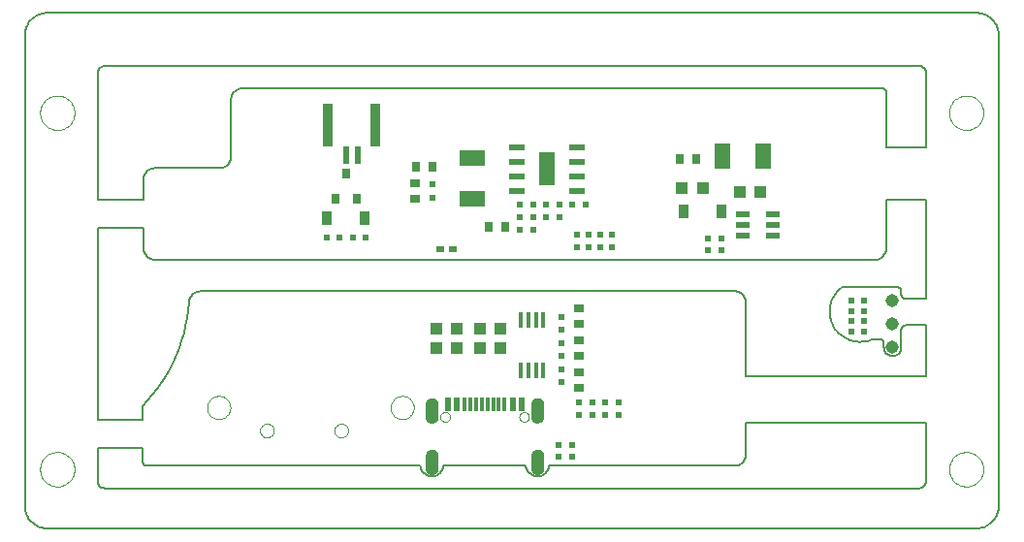
<source format=gtp>
G75*
G70*
%OFA0B0*%
%FSLAX24Y24*%
%IPPOS*%
%LPD*%
%AMOC8*
5,1,8,0,0,1.08239X$1,22.5*
%
%ADD10C,0.0050*%
%ADD11C,0.0000*%
%ADD12R,0.0197X0.0220*%
%ADD13R,0.0220X0.0197*%
%ADD14C,0.0450*%
%ADD15R,0.0236X0.0600*%
%ADD16R,0.0350X0.1450*%
%ADD17R,0.0394X0.0433*%
%ADD18R,0.0250X0.0197*%
%ADD19R,0.0472X0.0217*%
%ADD20R,0.0358X0.0480*%
%ADD21R,0.0551X0.0906*%
%ADD22R,0.0157X0.0551*%
%ADD23R,0.0354X0.0250*%
%ADD24R,0.0250X0.0354*%
%ADD25R,0.0315X0.0354*%
%ADD26R,0.0551X0.0236*%
%ADD27R,0.0551X0.1181*%
%ADD28R,0.0906X0.0551*%
%ADD29R,0.0118X0.0450*%
%ADD30R,0.0236X0.0450*%
%ADD31C,0.0004*%
D10*
X001677Y000927D02*
X033631Y000927D01*
X033630Y000927D02*
X033684Y000929D01*
X033738Y000934D01*
X033791Y000943D01*
X033844Y000956D01*
X033895Y000973D01*
X033945Y000993D01*
X033993Y001017D01*
X034040Y001044D01*
X034085Y001075D01*
X034127Y001108D01*
X034167Y001145D01*
X034204Y001184D01*
X034238Y001226D01*
X034269Y001270D01*
X034297Y001316D01*
X034321Y001364D01*
X034342Y001414D01*
X034360Y001465D01*
X034374Y001517D01*
X034384Y001570D01*
X034390Y001624D01*
X034392Y001677D01*
X034392Y017896D01*
X034392Y017895D02*
X034390Y017949D01*
X034383Y018003D01*
X034373Y018056D01*
X034360Y018108D01*
X034342Y018159D01*
X034321Y018209D01*
X034297Y018257D01*
X034269Y018303D01*
X034237Y018347D01*
X034203Y018388D01*
X034166Y018427D01*
X034126Y018464D01*
X034084Y018497D01*
X034040Y018528D01*
X033993Y018555D01*
X033945Y018578D01*
X033895Y018599D01*
X033843Y018615D01*
X033791Y018628D01*
X033738Y018637D01*
X033684Y018643D01*
X033631Y018644D01*
X001677Y018644D01*
X001624Y018642D01*
X001570Y018637D01*
X001518Y018627D01*
X001466Y018614D01*
X001415Y018597D01*
X001366Y018577D01*
X001318Y018553D01*
X001272Y018526D01*
X001228Y018495D01*
X001186Y018462D01*
X001147Y018425D01*
X001111Y018386D01*
X001077Y018345D01*
X001046Y018301D01*
X001019Y018255D01*
X000995Y018207D01*
X000975Y018158D01*
X000958Y018107D01*
X000944Y018055D01*
X000935Y018003D01*
X000929Y017949D01*
X000927Y017896D01*
X000927Y001677D01*
X000929Y001623D01*
X000935Y001570D01*
X000944Y001518D01*
X000957Y001466D01*
X000974Y001415D01*
X000995Y001365D01*
X001019Y001318D01*
X001046Y001272D01*
X001077Y001228D01*
X001110Y001186D01*
X001147Y001147D01*
X001186Y001110D01*
X001228Y001077D01*
X001272Y001046D01*
X001318Y001019D01*
X001365Y000995D01*
X001415Y000974D01*
X001466Y000957D01*
X001518Y000944D01*
X001570Y000935D01*
X001623Y000929D01*
X001677Y000927D01*
X003677Y002305D02*
X031642Y002305D01*
X031672Y002307D01*
X031702Y002312D01*
X031731Y002321D01*
X031758Y002334D01*
X031784Y002349D01*
X031808Y002368D01*
X031829Y002389D01*
X031848Y002413D01*
X031863Y002439D01*
X031876Y002466D01*
X031885Y002495D01*
X031890Y002525D01*
X031892Y002555D01*
X031892Y004570D01*
X025710Y004570D01*
X025710Y003477D01*
X025708Y003438D01*
X025702Y003399D01*
X025693Y003361D01*
X025680Y003324D01*
X025663Y003288D01*
X025643Y003255D01*
X025619Y003223D01*
X025593Y003194D01*
X025564Y003168D01*
X025532Y003144D01*
X025499Y003124D01*
X025463Y003107D01*
X025426Y003094D01*
X025388Y003085D01*
X025349Y003079D01*
X025310Y003077D01*
X018928Y003077D01*
X018928Y003078D02*
X018923Y003039D01*
X018914Y003001D01*
X018901Y002964D01*
X018885Y002929D01*
X018865Y002895D01*
X018842Y002863D01*
X018816Y002834D01*
X018787Y002808D01*
X018756Y002785D01*
X018722Y002764D01*
X018687Y002748D01*
X018650Y002734D01*
X018613Y002725D01*
X018574Y002719D01*
X018535Y002717D01*
X018496Y002719D01*
X018457Y002725D01*
X018420Y002734D01*
X018383Y002748D01*
X018348Y002764D01*
X018314Y002785D01*
X018283Y002808D01*
X018254Y002834D01*
X018228Y002863D01*
X018205Y002895D01*
X018185Y002929D01*
X018169Y002964D01*
X018156Y003001D01*
X018147Y003039D01*
X018142Y003078D01*
X018141Y003077D02*
X015298Y003077D01*
X015298Y003078D02*
X015293Y003039D01*
X015284Y003001D01*
X015271Y002964D01*
X015255Y002929D01*
X015235Y002895D01*
X015212Y002863D01*
X015186Y002834D01*
X015157Y002808D01*
X015126Y002785D01*
X015092Y002764D01*
X015057Y002748D01*
X015020Y002734D01*
X014983Y002725D01*
X014944Y002719D01*
X014905Y002717D01*
X014866Y002719D01*
X014827Y002725D01*
X014790Y002734D01*
X014753Y002748D01*
X014718Y002764D01*
X014684Y002785D01*
X014653Y002808D01*
X014624Y002834D01*
X014598Y002863D01*
X014575Y002895D01*
X014555Y002929D01*
X014539Y002964D01*
X014526Y003001D01*
X014517Y003039D01*
X014512Y003078D01*
X014511Y003077D02*
X005110Y003077D01*
X005085Y003082D01*
X005062Y003091D01*
X005039Y003103D01*
X005019Y003118D01*
X005001Y003136D01*
X004986Y003156D01*
X004974Y003178D01*
X004965Y003202D01*
X004960Y003227D01*
X004958Y003252D01*
X004960Y003277D01*
X004960Y003683D01*
X003427Y003683D01*
X003427Y002527D01*
X003431Y002499D01*
X003438Y002471D01*
X003448Y002444D01*
X003461Y002419D01*
X003477Y002396D01*
X003496Y002374D01*
X003517Y002355D01*
X003541Y002339D01*
X003566Y002326D01*
X003593Y002316D01*
X003620Y002309D01*
X003648Y002305D01*
X003677Y002305D01*
X003427Y004671D02*
X004960Y004671D01*
X004960Y005127D01*
X003427Y004671D02*
X003427Y011245D01*
X004994Y011245D01*
X004994Y010564D01*
X004996Y010525D01*
X005002Y010486D01*
X005011Y010448D01*
X005024Y010411D01*
X005041Y010375D01*
X005061Y010342D01*
X005085Y010310D01*
X005111Y010281D01*
X005140Y010255D01*
X005172Y010231D01*
X005205Y010211D01*
X005241Y010194D01*
X005278Y010181D01*
X005316Y010172D01*
X005355Y010166D01*
X005394Y010164D01*
X030138Y010164D01*
X030177Y010166D01*
X030216Y010172D01*
X030254Y010181D01*
X030291Y010194D01*
X030327Y010211D01*
X030360Y010231D01*
X030392Y010255D01*
X030421Y010281D01*
X030447Y010310D01*
X030471Y010342D01*
X030491Y010375D01*
X030508Y010411D01*
X030521Y010448D01*
X030530Y010486D01*
X030536Y010525D01*
X030538Y010564D01*
X030538Y012220D01*
X031892Y012220D01*
X031892Y008810D01*
X031192Y008810D01*
X031169Y008814D01*
X031147Y008821D01*
X031126Y008831D01*
X031107Y008844D01*
X031090Y008860D01*
X031076Y008878D01*
X031064Y008898D01*
X031055Y008919D01*
X031049Y008941D01*
X031046Y008964D01*
X031047Y008987D01*
X031046Y008988D02*
X031046Y009050D01*
X031046Y009073D01*
X031042Y009096D01*
X031036Y009118D01*
X031026Y009139D01*
X031014Y009158D01*
X030999Y009175D01*
X030981Y009190D01*
X030962Y009203D01*
X030941Y009212D01*
X030919Y009218D01*
X030896Y009222D01*
X029019Y009222D01*
X028969Y009184D01*
X028921Y009143D01*
X028876Y009099D01*
X028834Y009053D01*
X028794Y009004D01*
X028758Y008952D01*
X028725Y008899D01*
X028695Y008844D01*
X028668Y008787D01*
X028645Y008728D01*
X028626Y008668D01*
X028610Y008607D01*
X028598Y008546D01*
X028589Y008483D01*
X028585Y008420D01*
X028584Y008358D01*
X028587Y008295D01*
X028594Y008232D01*
X028605Y008170D01*
X028619Y008109D01*
X028637Y008049D01*
X028659Y007990D01*
X028684Y007932D01*
X028713Y007876D01*
X028745Y007822D01*
X028780Y007770D01*
X028818Y007720D01*
X028859Y007672D01*
X028904Y007627D01*
X028950Y007585D01*
X028999Y007546D01*
X029051Y007510D01*
X029104Y007477D01*
X029160Y007447D01*
X029217Y007421D01*
X029275Y007398D01*
X029335Y007379D01*
X029396Y007363D01*
X029458Y007351D01*
X029520Y007343D01*
X029583Y007339D01*
X029646Y007338D01*
X029709Y007342D01*
X029771Y007349D01*
X029833Y007360D01*
X029895Y007374D01*
X029955Y007392D01*
X030014Y007414D01*
X030071Y007440D01*
X030267Y007440D01*
X030293Y007438D01*
X030318Y007433D01*
X030342Y007424D01*
X030364Y007411D01*
X030385Y007396D01*
X030403Y007378D01*
X030418Y007357D01*
X030431Y007335D01*
X030440Y007311D01*
X030445Y007286D01*
X030447Y007260D01*
X030447Y007147D01*
X030448Y007147D02*
X030450Y007114D01*
X030455Y007080D01*
X030465Y007048D01*
X030478Y007017D01*
X030494Y006988D01*
X030513Y006961D01*
X030536Y006936D01*
X030561Y006913D01*
X030588Y006894D01*
X030617Y006878D01*
X030648Y006865D01*
X030680Y006855D01*
X030714Y006850D01*
X030747Y006848D01*
X030780Y006850D01*
X030814Y006855D01*
X030846Y006865D01*
X030877Y006878D01*
X030906Y006894D01*
X030933Y006913D01*
X030958Y006936D01*
X030981Y006961D01*
X031000Y006988D01*
X031016Y007017D01*
X031029Y007048D01*
X031039Y007080D01*
X031044Y007114D01*
X031046Y007147D01*
X031046Y007761D01*
X031047Y007761D02*
X031050Y007784D01*
X031057Y007806D01*
X031067Y007827D01*
X031080Y007847D01*
X031095Y007864D01*
X031113Y007879D01*
X031133Y007891D01*
X031154Y007901D01*
X031177Y007907D01*
X031200Y007910D01*
X031223Y007909D01*
X031223Y007910D02*
X031892Y007910D01*
X031892Y006158D01*
X025710Y006158D01*
X025710Y008677D01*
X025708Y008716D01*
X025702Y008755D01*
X025693Y008793D01*
X025680Y008830D01*
X025663Y008866D01*
X025643Y008899D01*
X025619Y008931D01*
X025593Y008960D01*
X025564Y008986D01*
X025532Y009010D01*
X025499Y009030D01*
X025463Y009047D01*
X025426Y009060D01*
X025388Y009069D01*
X025349Y009075D01*
X025310Y009077D01*
X006960Y009077D01*
X006921Y009075D01*
X006882Y009069D01*
X006844Y009060D01*
X006807Y009047D01*
X006771Y009030D01*
X006738Y009010D01*
X006706Y008986D01*
X006677Y008960D01*
X006651Y008931D01*
X006627Y008899D01*
X006607Y008866D01*
X006590Y008830D01*
X006577Y008793D01*
X006568Y008755D01*
X006562Y008716D01*
X006560Y008677D01*
X006534Y008413D01*
X006496Y008151D01*
X006446Y007891D01*
X006384Y007633D01*
X006310Y007379D01*
X006224Y007129D01*
X006126Y006882D01*
X006017Y006641D01*
X005897Y006404D01*
X005767Y006174D01*
X005625Y005950D01*
X005473Y005733D01*
X005312Y005523D01*
X005141Y005321D01*
X004960Y005127D01*
X004994Y012233D02*
X003427Y012233D01*
X003427Y016586D01*
X003429Y016616D01*
X003434Y016646D01*
X003443Y016675D01*
X003456Y016702D01*
X003471Y016728D01*
X003490Y016752D01*
X003511Y016773D01*
X003535Y016792D01*
X003561Y016807D01*
X003588Y016820D01*
X003617Y016829D01*
X003647Y016834D01*
X003677Y016836D01*
X031642Y016836D01*
X031672Y016834D01*
X031702Y016829D01*
X031731Y016820D01*
X031758Y016807D01*
X031784Y016792D01*
X031808Y016773D01*
X031829Y016752D01*
X031848Y016728D01*
X031863Y016702D01*
X031876Y016675D01*
X031885Y016646D01*
X031890Y016616D01*
X031892Y016586D01*
X031892Y014008D01*
X030538Y014008D01*
X030538Y015914D01*
X030536Y015937D01*
X030531Y015960D01*
X030522Y015982D01*
X030509Y016002D01*
X030494Y016020D01*
X030476Y016035D01*
X030456Y016048D01*
X030434Y016057D01*
X030411Y016062D01*
X030388Y016064D01*
X008410Y016064D01*
X008371Y016062D01*
X008332Y016056D01*
X008294Y016047D01*
X008257Y016034D01*
X008221Y016017D01*
X008188Y015997D01*
X008156Y015973D01*
X008127Y015947D01*
X008101Y015918D01*
X008077Y015886D01*
X008057Y015853D01*
X008040Y015817D01*
X008027Y015780D01*
X008018Y015742D01*
X008012Y015703D01*
X008010Y015664D01*
X008010Y013714D01*
X008008Y013675D01*
X008002Y013636D01*
X007993Y013598D01*
X007980Y013561D01*
X007963Y013525D01*
X007943Y013492D01*
X007919Y013460D01*
X007893Y013431D01*
X007864Y013405D01*
X007832Y013381D01*
X007799Y013361D01*
X007763Y013344D01*
X007726Y013331D01*
X007688Y013322D01*
X007649Y013316D01*
X007610Y013314D01*
X005394Y013314D01*
X005355Y013312D01*
X005316Y013306D01*
X005278Y013297D01*
X005241Y013284D01*
X005205Y013267D01*
X005172Y013247D01*
X005140Y013223D01*
X005111Y013197D01*
X005085Y013168D01*
X005061Y013136D01*
X005041Y013103D01*
X005024Y013067D01*
X005011Y013030D01*
X005002Y012992D01*
X004996Y012953D01*
X004994Y012914D01*
X004994Y012233D01*
D11*
X001440Y015215D02*
X001442Y015263D01*
X001448Y015311D01*
X001458Y015358D01*
X001471Y015404D01*
X001489Y015449D01*
X001509Y015493D01*
X001534Y015535D01*
X001562Y015574D01*
X001592Y015611D01*
X001626Y015645D01*
X001663Y015677D01*
X001701Y015706D01*
X001742Y015731D01*
X001785Y015753D01*
X001830Y015771D01*
X001876Y015785D01*
X001923Y015796D01*
X001971Y015803D01*
X002019Y015806D01*
X002067Y015805D01*
X002115Y015800D01*
X002163Y015791D01*
X002209Y015779D01*
X002254Y015762D01*
X002298Y015742D01*
X002340Y015719D01*
X002380Y015692D01*
X002418Y015662D01*
X002453Y015629D01*
X002485Y015593D01*
X002515Y015555D01*
X002541Y015514D01*
X002563Y015471D01*
X002583Y015427D01*
X002598Y015382D01*
X002610Y015335D01*
X002618Y015287D01*
X002622Y015239D01*
X002622Y015191D01*
X002618Y015143D01*
X002610Y015095D01*
X002598Y015048D01*
X002583Y015003D01*
X002563Y014959D01*
X002541Y014916D01*
X002515Y014875D01*
X002485Y014837D01*
X002453Y014801D01*
X002418Y014768D01*
X002380Y014738D01*
X002340Y014711D01*
X002298Y014688D01*
X002254Y014668D01*
X002209Y014651D01*
X002163Y014639D01*
X002115Y014630D01*
X002067Y014625D01*
X002019Y014624D01*
X001971Y014627D01*
X001923Y014634D01*
X001876Y014645D01*
X001830Y014659D01*
X001785Y014677D01*
X001742Y014699D01*
X001701Y014724D01*
X001663Y014753D01*
X001626Y014785D01*
X001592Y014819D01*
X001562Y014856D01*
X001534Y014895D01*
X001509Y014937D01*
X001489Y014981D01*
X001471Y015026D01*
X001458Y015072D01*
X001448Y015119D01*
X001442Y015167D01*
X001440Y015215D01*
X007182Y005080D02*
X007184Y005120D01*
X007190Y005159D01*
X007200Y005198D01*
X007213Y005235D01*
X007231Y005271D01*
X007252Y005305D01*
X007276Y005337D01*
X007303Y005366D01*
X007333Y005393D01*
X007365Y005416D01*
X007400Y005436D01*
X007436Y005452D01*
X007474Y005465D01*
X007513Y005474D01*
X007552Y005479D01*
X007592Y005480D01*
X007632Y005477D01*
X007671Y005470D01*
X007709Y005459D01*
X007747Y005445D01*
X007782Y005426D01*
X007815Y005405D01*
X007847Y005380D01*
X007875Y005352D01*
X007901Y005322D01*
X007923Y005289D01*
X007942Y005254D01*
X007958Y005217D01*
X007970Y005179D01*
X007978Y005140D01*
X007982Y005100D01*
X007982Y005060D01*
X007978Y005020D01*
X007970Y004981D01*
X007958Y004943D01*
X007942Y004906D01*
X007923Y004871D01*
X007901Y004838D01*
X007875Y004808D01*
X007847Y004780D01*
X007815Y004755D01*
X007782Y004734D01*
X007747Y004715D01*
X007709Y004701D01*
X007671Y004690D01*
X007632Y004683D01*
X007592Y004680D01*
X007552Y004681D01*
X007513Y004686D01*
X007474Y004695D01*
X007436Y004708D01*
X007400Y004724D01*
X007365Y004744D01*
X007333Y004767D01*
X007303Y004794D01*
X007276Y004823D01*
X007252Y004855D01*
X007231Y004889D01*
X007213Y004925D01*
X007200Y004962D01*
X007190Y005001D01*
X007184Y005040D01*
X007182Y005080D01*
X009001Y004288D02*
X009003Y004318D01*
X009009Y004348D01*
X009018Y004377D01*
X009031Y004404D01*
X009048Y004429D01*
X009067Y004452D01*
X009090Y004473D01*
X009115Y004490D01*
X009141Y004504D01*
X009170Y004514D01*
X009199Y004521D01*
X009229Y004524D01*
X009260Y004523D01*
X009290Y004518D01*
X009319Y004509D01*
X009346Y004497D01*
X009372Y004482D01*
X009396Y004463D01*
X009417Y004441D01*
X009435Y004417D01*
X009450Y004390D01*
X009461Y004362D01*
X009469Y004333D01*
X009473Y004303D01*
X009473Y004273D01*
X009469Y004243D01*
X009461Y004214D01*
X009450Y004186D01*
X009435Y004159D01*
X009417Y004135D01*
X009396Y004113D01*
X009372Y004094D01*
X009346Y004079D01*
X009319Y004067D01*
X009290Y004058D01*
X009260Y004053D01*
X009229Y004052D01*
X009199Y004055D01*
X009170Y004062D01*
X009141Y004072D01*
X009115Y004086D01*
X009090Y004103D01*
X009067Y004124D01*
X009048Y004147D01*
X009031Y004172D01*
X009018Y004199D01*
X009009Y004228D01*
X009003Y004258D01*
X009001Y004288D01*
X011560Y004288D02*
X011562Y004318D01*
X011568Y004348D01*
X011577Y004377D01*
X011590Y004404D01*
X011607Y004429D01*
X011626Y004452D01*
X011649Y004473D01*
X011674Y004490D01*
X011700Y004504D01*
X011729Y004514D01*
X011758Y004521D01*
X011788Y004524D01*
X011819Y004523D01*
X011849Y004518D01*
X011878Y004509D01*
X011905Y004497D01*
X011931Y004482D01*
X011955Y004463D01*
X011976Y004441D01*
X011994Y004417D01*
X012009Y004390D01*
X012020Y004362D01*
X012028Y004333D01*
X012032Y004303D01*
X012032Y004273D01*
X012028Y004243D01*
X012020Y004214D01*
X012009Y004186D01*
X011994Y004159D01*
X011976Y004135D01*
X011955Y004113D01*
X011931Y004094D01*
X011905Y004079D01*
X011878Y004067D01*
X011849Y004058D01*
X011819Y004053D01*
X011788Y004052D01*
X011758Y004055D01*
X011729Y004062D01*
X011700Y004072D01*
X011674Y004086D01*
X011649Y004103D01*
X011626Y004124D01*
X011607Y004147D01*
X011590Y004172D01*
X011577Y004199D01*
X011568Y004228D01*
X011562Y004258D01*
X011560Y004288D01*
X013487Y005080D02*
X013489Y005120D01*
X013495Y005159D01*
X013505Y005198D01*
X013518Y005235D01*
X013536Y005271D01*
X013557Y005305D01*
X013581Y005337D01*
X013608Y005366D01*
X013638Y005393D01*
X013670Y005416D01*
X013705Y005436D01*
X013741Y005452D01*
X013779Y005465D01*
X013818Y005474D01*
X013857Y005479D01*
X013897Y005480D01*
X013937Y005477D01*
X013976Y005470D01*
X014014Y005459D01*
X014052Y005445D01*
X014087Y005426D01*
X014120Y005405D01*
X014152Y005380D01*
X014180Y005352D01*
X014206Y005322D01*
X014228Y005289D01*
X014247Y005254D01*
X014263Y005217D01*
X014275Y005179D01*
X014283Y005140D01*
X014287Y005100D01*
X014287Y005060D01*
X014283Y005020D01*
X014275Y004981D01*
X014263Y004943D01*
X014247Y004906D01*
X014228Y004871D01*
X014206Y004838D01*
X014180Y004808D01*
X014152Y004780D01*
X014120Y004755D01*
X014087Y004734D01*
X014052Y004715D01*
X014014Y004701D01*
X013976Y004690D01*
X013937Y004683D01*
X013897Y004680D01*
X013857Y004681D01*
X013818Y004686D01*
X013779Y004695D01*
X013741Y004708D01*
X013705Y004724D01*
X013670Y004744D01*
X013638Y004767D01*
X013608Y004794D01*
X013581Y004823D01*
X013557Y004855D01*
X013536Y004889D01*
X013518Y004925D01*
X013505Y004962D01*
X013495Y005001D01*
X013489Y005040D01*
X013487Y005080D01*
X015196Y004757D02*
X015198Y004782D01*
X015204Y004807D01*
X015213Y004830D01*
X015226Y004852D01*
X015242Y004871D01*
X015261Y004888D01*
X015282Y004902D01*
X015305Y004912D01*
X015330Y004919D01*
X015355Y004922D01*
X015380Y004921D01*
X015405Y004916D01*
X015428Y004908D01*
X015451Y004895D01*
X015471Y004880D01*
X015488Y004862D01*
X015503Y004841D01*
X015514Y004819D01*
X015522Y004795D01*
X015526Y004770D01*
X015526Y004744D01*
X015522Y004719D01*
X015514Y004695D01*
X015503Y004673D01*
X015488Y004652D01*
X015471Y004634D01*
X015451Y004619D01*
X015428Y004606D01*
X015405Y004598D01*
X015380Y004593D01*
X015355Y004592D01*
X015330Y004595D01*
X015305Y004602D01*
X015282Y004612D01*
X015261Y004626D01*
X015242Y004643D01*
X015226Y004662D01*
X015213Y004684D01*
X015204Y004707D01*
X015198Y004732D01*
X015196Y004757D01*
X017913Y004757D02*
X017915Y004782D01*
X017921Y004807D01*
X017930Y004830D01*
X017943Y004852D01*
X017959Y004871D01*
X017978Y004888D01*
X017999Y004902D01*
X018022Y004912D01*
X018047Y004919D01*
X018072Y004922D01*
X018097Y004921D01*
X018122Y004916D01*
X018145Y004908D01*
X018168Y004895D01*
X018188Y004880D01*
X018205Y004862D01*
X018220Y004841D01*
X018231Y004819D01*
X018239Y004795D01*
X018243Y004770D01*
X018243Y004744D01*
X018239Y004719D01*
X018231Y004695D01*
X018220Y004673D01*
X018205Y004652D01*
X018188Y004634D01*
X018168Y004619D01*
X018145Y004606D01*
X018122Y004598D01*
X018097Y004593D01*
X018072Y004592D01*
X018047Y004595D01*
X018022Y004602D01*
X017999Y004612D01*
X017978Y004626D01*
X017959Y004643D01*
X017943Y004662D01*
X017930Y004684D01*
X017921Y004707D01*
X017915Y004732D01*
X017913Y004757D01*
X032687Y002959D02*
X032689Y003007D01*
X032695Y003055D01*
X032705Y003102D01*
X032718Y003148D01*
X032736Y003193D01*
X032756Y003237D01*
X032781Y003279D01*
X032809Y003318D01*
X032839Y003355D01*
X032873Y003389D01*
X032910Y003421D01*
X032948Y003450D01*
X032989Y003475D01*
X033032Y003497D01*
X033077Y003515D01*
X033123Y003529D01*
X033170Y003540D01*
X033218Y003547D01*
X033266Y003550D01*
X033314Y003549D01*
X033362Y003544D01*
X033410Y003535D01*
X033456Y003523D01*
X033501Y003506D01*
X033545Y003486D01*
X033587Y003463D01*
X033627Y003436D01*
X033665Y003406D01*
X033700Y003373D01*
X033732Y003337D01*
X033762Y003299D01*
X033788Y003258D01*
X033810Y003215D01*
X033830Y003171D01*
X033845Y003126D01*
X033857Y003079D01*
X033865Y003031D01*
X033869Y002983D01*
X033869Y002935D01*
X033865Y002887D01*
X033857Y002839D01*
X033845Y002792D01*
X033830Y002747D01*
X033810Y002703D01*
X033788Y002660D01*
X033762Y002619D01*
X033732Y002581D01*
X033700Y002545D01*
X033665Y002512D01*
X033627Y002482D01*
X033587Y002455D01*
X033545Y002432D01*
X033501Y002412D01*
X033456Y002395D01*
X033410Y002383D01*
X033362Y002374D01*
X033314Y002369D01*
X033266Y002368D01*
X033218Y002371D01*
X033170Y002378D01*
X033123Y002389D01*
X033077Y002403D01*
X033032Y002421D01*
X032989Y002443D01*
X032948Y002468D01*
X032910Y002497D01*
X032873Y002529D01*
X032839Y002563D01*
X032809Y002600D01*
X032781Y002639D01*
X032756Y002681D01*
X032736Y002725D01*
X032718Y002770D01*
X032705Y002816D01*
X032695Y002863D01*
X032689Y002911D01*
X032687Y002959D01*
X032687Y015215D02*
X032689Y015263D01*
X032695Y015311D01*
X032705Y015358D01*
X032718Y015404D01*
X032736Y015449D01*
X032756Y015493D01*
X032781Y015535D01*
X032809Y015574D01*
X032839Y015611D01*
X032873Y015645D01*
X032910Y015677D01*
X032948Y015706D01*
X032989Y015731D01*
X033032Y015753D01*
X033077Y015771D01*
X033123Y015785D01*
X033170Y015796D01*
X033218Y015803D01*
X033266Y015806D01*
X033314Y015805D01*
X033362Y015800D01*
X033410Y015791D01*
X033456Y015779D01*
X033501Y015762D01*
X033545Y015742D01*
X033587Y015719D01*
X033627Y015692D01*
X033665Y015662D01*
X033700Y015629D01*
X033732Y015593D01*
X033762Y015555D01*
X033788Y015514D01*
X033810Y015471D01*
X033830Y015427D01*
X033845Y015382D01*
X033857Y015335D01*
X033865Y015287D01*
X033869Y015239D01*
X033869Y015191D01*
X033865Y015143D01*
X033857Y015095D01*
X033845Y015048D01*
X033830Y015003D01*
X033810Y014959D01*
X033788Y014916D01*
X033762Y014875D01*
X033732Y014837D01*
X033700Y014801D01*
X033665Y014768D01*
X033627Y014738D01*
X033587Y014711D01*
X033545Y014688D01*
X033501Y014668D01*
X033456Y014651D01*
X033410Y014639D01*
X033362Y014630D01*
X033314Y014625D01*
X033266Y014624D01*
X033218Y014627D01*
X033170Y014634D01*
X033123Y014645D01*
X033077Y014659D01*
X033032Y014677D01*
X032989Y014699D01*
X032948Y014724D01*
X032910Y014753D01*
X032873Y014785D01*
X032839Y014819D01*
X032809Y014856D01*
X032781Y014895D01*
X032756Y014937D01*
X032736Y014981D01*
X032718Y015026D01*
X032705Y015072D01*
X032695Y015119D01*
X032689Y015167D01*
X032687Y015215D01*
X001440Y002959D02*
X001442Y003007D01*
X001448Y003055D01*
X001458Y003102D01*
X001471Y003148D01*
X001489Y003193D01*
X001509Y003237D01*
X001534Y003279D01*
X001562Y003318D01*
X001592Y003355D01*
X001626Y003389D01*
X001663Y003421D01*
X001701Y003450D01*
X001742Y003475D01*
X001785Y003497D01*
X001830Y003515D01*
X001876Y003529D01*
X001923Y003540D01*
X001971Y003547D01*
X002019Y003550D01*
X002067Y003549D01*
X002115Y003544D01*
X002163Y003535D01*
X002209Y003523D01*
X002254Y003506D01*
X002298Y003486D01*
X002340Y003463D01*
X002380Y003436D01*
X002418Y003406D01*
X002453Y003373D01*
X002485Y003337D01*
X002515Y003299D01*
X002541Y003258D01*
X002563Y003215D01*
X002583Y003171D01*
X002598Y003126D01*
X002610Y003079D01*
X002618Y003031D01*
X002622Y002983D01*
X002622Y002935D01*
X002618Y002887D01*
X002610Y002839D01*
X002598Y002792D01*
X002583Y002747D01*
X002563Y002703D01*
X002541Y002660D01*
X002515Y002619D01*
X002485Y002581D01*
X002453Y002545D01*
X002418Y002512D01*
X002380Y002482D01*
X002340Y002455D01*
X002298Y002432D01*
X002254Y002412D01*
X002209Y002395D01*
X002163Y002383D01*
X002115Y002374D01*
X002067Y002369D01*
X002019Y002368D01*
X001971Y002371D01*
X001923Y002378D01*
X001876Y002389D01*
X001830Y002403D01*
X001785Y002421D01*
X001742Y002443D01*
X001701Y002468D01*
X001663Y002497D01*
X001626Y002529D01*
X001592Y002563D01*
X001562Y002600D01*
X001534Y002639D01*
X001509Y002681D01*
X001489Y002725D01*
X001471Y002770D01*
X001458Y002816D01*
X001448Y002863D01*
X001442Y002911D01*
X001440Y002959D01*
D12*
X014944Y012305D03*
X014944Y012752D03*
X019884Y011038D03*
X020284Y011038D03*
X020684Y011038D03*
X021084Y011038D03*
X021084Y010592D03*
X020684Y010592D03*
X020284Y010592D03*
X019884Y010592D03*
X019358Y008195D03*
X019358Y007749D03*
X019358Y007295D03*
X019358Y006849D03*
X019358Y006405D03*
X019358Y005958D03*
D13*
X019974Y005249D03*
X020421Y005249D03*
X020421Y004823D03*
X019974Y004823D03*
X020868Y004823D03*
X021315Y004823D03*
X021315Y005249D03*
X020868Y005249D03*
X019724Y003789D03*
X019278Y003789D03*
X019278Y003379D03*
X019724Y003379D03*
X029323Y007682D03*
X029770Y007682D03*
X029770Y008042D03*
X029770Y008402D03*
X029323Y008402D03*
X029323Y008042D03*
X029323Y008762D03*
X029770Y008762D03*
X024859Y010477D03*
X024412Y010477D03*
X024412Y010888D03*
X024859Y010888D03*
X020189Y012047D03*
X019742Y012047D03*
X019289Y012047D03*
X018842Y012047D03*
X018389Y012047D03*
X018389Y011616D03*
X018842Y011616D03*
X019289Y011616D03*
X018389Y011190D03*
X017942Y011190D03*
X017942Y011616D03*
X017942Y012047D03*
X012628Y010927D03*
X012182Y010927D03*
X011728Y010927D03*
X011282Y010927D03*
D14*
X030746Y008752D03*
X030746Y007952D03*
X030746Y007152D03*
D15*
X012353Y013747D03*
X011959Y013747D03*
D16*
X011347Y014792D03*
X012964Y014792D03*
D17*
X023509Y012627D03*
X024219Y012627D03*
X025493Y012477D03*
X026203Y012477D03*
X017262Y007780D03*
X016553Y007780D03*
X015762Y007781D03*
X015053Y007781D03*
X015053Y007130D03*
X015762Y007130D03*
X016553Y007130D03*
X017262Y007130D03*
D18*
X015645Y010512D03*
X015205Y010512D03*
D19*
X025610Y010988D03*
X025610Y011362D03*
X025610Y011736D03*
X026634Y011736D03*
X026634Y011362D03*
X026634Y010988D03*
D20*
X024859Y011827D03*
X023569Y011827D03*
X012600Y011577D03*
X011310Y011577D03*
D21*
X024887Y013712D03*
X026284Y013712D03*
D22*
X018742Y008080D03*
X018486Y008080D03*
X018230Y008080D03*
X017974Y008080D03*
X017974Y006347D03*
X018230Y006347D03*
X018486Y006347D03*
X018742Y006347D03*
D23*
X019970Y006301D03*
X019970Y005754D03*
X019972Y006854D03*
X019972Y007401D03*
X019972Y007954D03*
X019972Y008501D03*
X014341Y012255D03*
X014341Y012802D03*
D24*
X014369Y013355D03*
X014915Y013355D03*
X016872Y011289D03*
X017418Y011289D03*
X023441Y013612D03*
X023988Y013612D03*
D25*
X012329Y012254D03*
X011581Y012254D03*
X011955Y013110D03*
D26*
X017822Y013038D03*
X017822Y012538D03*
X017822Y013538D03*
X017822Y014038D03*
X019909Y014038D03*
X019909Y013538D03*
X019909Y013038D03*
X019909Y012538D03*
D27*
X018866Y013288D03*
D28*
X016292Y013660D03*
X016292Y012262D03*
D29*
X016228Y005203D03*
X016424Y005203D03*
X016621Y005203D03*
X016818Y005203D03*
X017015Y005203D03*
X017212Y005203D03*
X017409Y005203D03*
X016031Y005203D03*
D30*
X015755Y005203D03*
X015450Y005203D03*
X017684Y005203D03*
X017989Y005203D03*
D31*
X018339Y005192D02*
X018342Y005236D01*
X018355Y005279D01*
X018377Y005317D01*
X018694Y005317D01*
X018696Y005314D02*
X018375Y005314D01*
X018374Y005312D02*
X018697Y005312D01*
X018699Y005310D02*
X018372Y005310D01*
X018371Y005307D02*
X018701Y005307D01*
X018702Y005305D02*
X018370Y005305D01*
X018368Y005302D02*
X018704Y005302D01*
X018706Y005300D02*
X018367Y005300D01*
X018365Y005297D02*
X018707Y005297D01*
X018709Y005296D02*
X018725Y005255D01*
X018732Y005212D01*
X018732Y004740D01*
X018724Y004698D01*
X018706Y004660D01*
X018680Y004627D01*
X018648Y004600D01*
X018610Y004581D01*
X018570Y004571D01*
X018485Y004571D01*
X018489Y004570D02*
X018452Y004579D01*
X018418Y004595D01*
X018388Y004619D01*
X018364Y004648D01*
X018347Y004683D01*
X018717Y004683D01*
X018716Y004681D02*
X018348Y004681D01*
X018347Y004683D02*
X018339Y004720D01*
X018339Y005192D01*
X018339Y005193D02*
X018732Y005193D01*
X018732Y005195D02*
X018339Y005195D01*
X018339Y005197D02*
X018732Y005197D01*
X018732Y005200D02*
X018339Y005200D01*
X018339Y005202D02*
X018732Y005202D01*
X018732Y005205D02*
X018339Y005205D01*
X018340Y005207D02*
X018732Y005207D01*
X018732Y005210D02*
X018340Y005210D01*
X018340Y005212D02*
X018732Y005212D01*
X018732Y005215D02*
X018340Y005215D01*
X018340Y005217D02*
X018731Y005217D01*
X018731Y005219D02*
X018341Y005219D01*
X018341Y005222D02*
X018731Y005222D01*
X018730Y005224D02*
X018341Y005224D01*
X018341Y005227D02*
X018730Y005227D01*
X018729Y005229D02*
X018341Y005229D01*
X018341Y005232D02*
X018729Y005232D01*
X018729Y005234D02*
X018342Y005234D01*
X018342Y005236D02*
X018728Y005236D01*
X018728Y005239D02*
X018343Y005239D01*
X018343Y005241D02*
X018727Y005241D01*
X018727Y005244D02*
X018344Y005244D01*
X018345Y005246D02*
X018727Y005246D01*
X018726Y005249D02*
X018346Y005249D01*
X018346Y005251D02*
X018726Y005251D01*
X018725Y005254D02*
X018347Y005254D01*
X018348Y005256D02*
X018725Y005256D01*
X018724Y005258D02*
X018349Y005258D01*
X018349Y005261D02*
X018723Y005261D01*
X018722Y005263D02*
X018350Y005263D01*
X018351Y005266D02*
X018721Y005266D01*
X018720Y005268D02*
X018351Y005268D01*
X018352Y005271D02*
X018719Y005271D01*
X018718Y005273D02*
X018353Y005273D01*
X018354Y005275D02*
X018717Y005275D01*
X018716Y005278D02*
X018354Y005278D01*
X018356Y005280D02*
X018715Y005280D01*
X018714Y005283D02*
X018357Y005283D01*
X018358Y005285D02*
X018713Y005285D01*
X018712Y005288D02*
X018360Y005288D01*
X018361Y005290D02*
X018711Y005290D01*
X018710Y005293D02*
X018363Y005293D01*
X018364Y005295D02*
X018709Y005295D01*
X018709Y005296D02*
X018684Y005331D01*
X018651Y005361D01*
X018423Y005361D01*
X018420Y005358D02*
X018654Y005358D01*
X018657Y005356D02*
X018416Y005356D01*
X018413Y005353D02*
X018659Y005353D01*
X018662Y005351D02*
X018409Y005351D01*
X018407Y005349D02*
X018443Y005374D01*
X018484Y005390D01*
X018528Y005397D01*
X018571Y005394D01*
X018613Y005382D01*
X018651Y005361D01*
X018647Y005363D02*
X018427Y005363D01*
X018430Y005366D02*
X018642Y005366D01*
X018638Y005368D02*
X018434Y005368D01*
X018438Y005371D02*
X018634Y005371D01*
X018629Y005373D02*
X018441Y005373D01*
X018446Y005375D02*
X018625Y005375D01*
X018621Y005378D02*
X018452Y005378D01*
X018458Y005380D02*
X018616Y005380D01*
X018611Y005383D02*
X018464Y005383D01*
X018471Y005385D02*
X018603Y005385D01*
X018594Y005388D02*
X018477Y005388D01*
X018483Y005390D02*
X018586Y005390D01*
X018578Y005392D02*
X018497Y005392D01*
X018513Y005395D02*
X018563Y005395D01*
X018665Y005349D02*
X018406Y005349D01*
X018407Y005349D02*
X018377Y005317D01*
X018379Y005319D02*
X018692Y005319D01*
X018690Y005322D02*
X018381Y005322D01*
X018383Y005324D02*
X018689Y005324D01*
X018687Y005327D02*
X018386Y005327D01*
X018388Y005329D02*
X018685Y005329D01*
X018684Y005332D02*
X018390Y005332D01*
X018392Y005334D02*
X018681Y005334D01*
X018678Y005336D02*
X018395Y005336D01*
X018397Y005339D02*
X018675Y005339D01*
X018673Y005341D02*
X018399Y005341D01*
X018401Y005344D02*
X018670Y005344D01*
X018667Y005346D02*
X018404Y005346D01*
X018339Y005190D02*
X018732Y005190D01*
X018732Y005188D02*
X018339Y005188D01*
X018339Y005185D02*
X018732Y005185D01*
X018732Y005183D02*
X018339Y005183D01*
X018339Y005180D02*
X018732Y005180D01*
X018732Y005178D02*
X018339Y005178D01*
X018339Y005176D02*
X018732Y005176D01*
X018732Y005173D02*
X018339Y005173D01*
X018339Y005171D02*
X018732Y005171D01*
X018732Y005168D02*
X018339Y005168D01*
X018339Y005166D02*
X018732Y005166D01*
X018732Y005163D02*
X018339Y005163D01*
X018339Y005161D02*
X018732Y005161D01*
X018732Y005158D02*
X018339Y005158D01*
X018339Y005156D02*
X018732Y005156D01*
X018732Y005154D02*
X018339Y005154D01*
X018339Y005151D02*
X018732Y005151D01*
X018732Y005149D02*
X018339Y005149D01*
X018339Y005146D02*
X018732Y005146D01*
X018732Y005144D02*
X018339Y005144D01*
X018339Y005141D02*
X018732Y005141D01*
X018732Y005139D02*
X018339Y005139D01*
X018339Y005137D02*
X018732Y005137D01*
X018732Y005134D02*
X018339Y005134D01*
X018339Y005132D02*
X018732Y005132D01*
X018732Y005129D02*
X018339Y005129D01*
X018339Y005127D02*
X018732Y005127D01*
X018732Y005124D02*
X018339Y005124D01*
X018339Y005122D02*
X018732Y005122D01*
X018732Y005119D02*
X018339Y005119D01*
X018339Y005117D02*
X018732Y005117D01*
X018732Y005115D02*
X018339Y005115D01*
X018339Y005112D02*
X018732Y005112D01*
X018732Y005110D02*
X018339Y005110D01*
X018339Y005107D02*
X018732Y005107D01*
X018732Y005105D02*
X018339Y005105D01*
X018339Y005102D02*
X018732Y005102D01*
X018732Y005100D02*
X018339Y005100D01*
X018339Y005098D02*
X018732Y005098D01*
X018732Y005095D02*
X018339Y005095D01*
X018339Y005093D02*
X018732Y005093D01*
X018732Y005090D02*
X018339Y005090D01*
X018339Y005088D02*
X018732Y005088D01*
X018732Y005085D02*
X018339Y005085D01*
X018339Y005083D02*
X018732Y005083D01*
X018732Y005080D02*
X018339Y005080D01*
X018339Y005078D02*
X018732Y005078D01*
X018732Y005076D02*
X018339Y005076D01*
X018339Y005073D02*
X018732Y005073D01*
X018732Y005071D02*
X018339Y005071D01*
X018339Y005068D02*
X018732Y005068D01*
X018732Y005066D02*
X018339Y005066D01*
X018339Y005063D02*
X018732Y005063D01*
X018732Y005061D02*
X018339Y005061D01*
X018339Y005059D02*
X018732Y005059D01*
X018732Y005056D02*
X018339Y005056D01*
X018339Y005054D02*
X018732Y005054D01*
X018732Y005051D02*
X018339Y005051D01*
X018339Y005049D02*
X018732Y005049D01*
X018732Y005046D02*
X018339Y005046D01*
X018339Y005044D02*
X018732Y005044D01*
X018732Y005041D02*
X018339Y005041D01*
X018339Y005039D02*
X018732Y005039D01*
X018732Y005037D02*
X018339Y005037D01*
X018339Y005034D02*
X018732Y005034D01*
X018732Y005032D02*
X018339Y005032D01*
X018339Y005029D02*
X018732Y005029D01*
X018732Y005027D02*
X018339Y005027D01*
X018339Y005024D02*
X018732Y005024D01*
X018732Y005022D02*
X018339Y005022D01*
X018339Y005020D02*
X018732Y005020D01*
X018732Y005017D02*
X018339Y005017D01*
X018339Y005015D02*
X018732Y005015D01*
X018732Y005012D02*
X018339Y005012D01*
X018339Y005010D02*
X018732Y005010D01*
X018732Y005007D02*
X018339Y005007D01*
X018339Y005005D02*
X018732Y005005D01*
X018732Y005002D02*
X018339Y005002D01*
X018339Y005000D02*
X018732Y005000D01*
X018732Y004998D02*
X018339Y004998D01*
X018339Y004995D02*
X018732Y004995D01*
X018732Y004993D02*
X018339Y004993D01*
X018339Y004990D02*
X018732Y004990D01*
X018732Y004988D02*
X018339Y004988D01*
X018339Y004985D02*
X018732Y004985D01*
X018732Y004983D02*
X018339Y004983D01*
X018339Y004981D02*
X018732Y004981D01*
X018732Y004978D02*
X018339Y004978D01*
X018339Y004976D02*
X018732Y004976D01*
X018732Y004973D02*
X018339Y004973D01*
X018339Y004971D02*
X018732Y004971D01*
X018732Y004968D02*
X018339Y004968D01*
X018339Y004966D02*
X018732Y004966D01*
X018732Y004963D02*
X018339Y004963D01*
X018339Y004961D02*
X018732Y004961D01*
X018732Y004959D02*
X018339Y004959D01*
X018339Y004956D02*
X018732Y004956D01*
X018732Y004954D02*
X018339Y004954D01*
X018339Y004951D02*
X018732Y004951D01*
X018732Y004949D02*
X018339Y004949D01*
X018339Y004946D02*
X018732Y004946D01*
X018732Y004944D02*
X018339Y004944D01*
X018339Y004942D02*
X018732Y004942D01*
X018732Y004939D02*
X018339Y004939D01*
X018339Y004937D02*
X018732Y004937D01*
X018732Y004934D02*
X018339Y004934D01*
X018339Y004932D02*
X018732Y004932D01*
X018732Y004929D02*
X018339Y004929D01*
X018339Y004927D02*
X018732Y004927D01*
X018732Y004924D02*
X018339Y004924D01*
X018339Y004922D02*
X018732Y004922D01*
X018732Y004920D02*
X018339Y004920D01*
X018339Y004917D02*
X018732Y004917D01*
X018732Y004915D02*
X018339Y004915D01*
X018339Y004912D02*
X018732Y004912D01*
X018732Y004910D02*
X018339Y004910D01*
X018339Y004907D02*
X018732Y004907D01*
X018732Y004905D02*
X018339Y004905D01*
X018339Y004903D02*
X018732Y004903D01*
X018732Y004900D02*
X018339Y004900D01*
X018339Y004898D02*
X018732Y004898D01*
X018732Y004895D02*
X018339Y004895D01*
X018339Y004893D02*
X018732Y004893D01*
X018732Y004890D02*
X018339Y004890D01*
X018339Y004888D02*
X018732Y004888D01*
X018732Y004886D02*
X018339Y004886D01*
X018339Y004883D02*
X018732Y004883D01*
X018732Y004881D02*
X018339Y004881D01*
X018339Y004878D02*
X018732Y004878D01*
X018732Y004876D02*
X018339Y004876D01*
X018339Y004873D02*
X018732Y004873D01*
X018732Y004871D02*
X018339Y004871D01*
X018339Y004868D02*
X018732Y004868D01*
X018732Y004866D02*
X018339Y004866D01*
X018339Y004864D02*
X018732Y004864D01*
X018732Y004861D02*
X018339Y004861D01*
X018339Y004859D02*
X018732Y004859D01*
X018732Y004856D02*
X018339Y004856D01*
X018339Y004854D02*
X018732Y004854D01*
X018732Y004851D02*
X018339Y004851D01*
X018339Y004849D02*
X018732Y004849D01*
X018732Y004847D02*
X018339Y004847D01*
X018339Y004844D02*
X018732Y004844D01*
X018732Y004842D02*
X018339Y004842D01*
X018339Y004839D02*
X018732Y004839D01*
X018732Y004837D02*
X018339Y004837D01*
X018339Y004834D02*
X018732Y004834D01*
X018732Y004832D02*
X018339Y004832D01*
X018339Y004829D02*
X018732Y004829D01*
X018732Y004827D02*
X018339Y004827D01*
X018339Y004825D02*
X018732Y004825D01*
X018732Y004822D02*
X018339Y004822D01*
X018339Y004820D02*
X018732Y004820D01*
X018732Y004817D02*
X018339Y004817D01*
X018339Y004815D02*
X018732Y004815D01*
X018732Y004812D02*
X018339Y004812D01*
X018339Y004810D02*
X018732Y004810D01*
X018732Y004808D02*
X018339Y004808D01*
X018339Y004805D02*
X018732Y004805D01*
X018732Y004803D02*
X018339Y004803D01*
X018339Y004800D02*
X018732Y004800D01*
X018732Y004798D02*
X018339Y004798D01*
X018339Y004795D02*
X018732Y004795D01*
X018732Y004793D02*
X018339Y004793D01*
X018339Y004790D02*
X018732Y004790D01*
X018732Y004788D02*
X018339Y004788D01*
X018339Y004786D02*
X018732Y004786D01*
X018732Y004783D02*
X018339Y004783D01*
X018339Y004781D02*
X018732Y004781D01*
X018732Y004778D02*
X018339Y004778D01*
X018339Y004776D02*
X018732Y004776D01*
X018732Y004773D02*
X018339Y004773D01*
X018339Y004771D02*
X018732Y004771D01*
X018732Y004769D02*
X018339Y004769D01*
X018339Y004766D02*
X018732Y004766D01*
X018732Y004764D02*
X018339Y004764D01*
X018339Y004761D02*
X018732Y004761D01*
X018732Y004759D02*
X018339Y004759D01*
X018339Y004756D02*
X018732Y004756D01*
X018732Y004754D02*
X018339Y004754D01*
X018339Y004751D02*
X018732Y004751D01*
X018732Y004749D02*
X018339Y004749D01*
X018339Y004747D02*
X018732Y004747D01*
X018732Y004744D02*
X018339Y004744D01*
X018339Y004742D02*
X018732Y004742D01*
X018732Y004739D02*
X018339Y004739D01*
X018339Y004737D02*
X018732Y004737D01*
X018731Y004734D02*
X018339Y004734D01*
X018339Y004732D02*
X018731Y004732D01*
X018730Y004730D02*
X018339Y004730D01*
X018339Y004727D02*
X018730Y004727D01*
X018729Y004725D02*
X018339Y004725D01*
X018339Y004722D02*
X018729Y004722D01*
X018728Y004720D02*
X018339Y004720D01*
X018339Y004717D02*
X018728Y004717D01*
X018727Y004715D02*
X018340Y004715D01*
X018340Y004712D02*
X018727Y004712D01*
X018726Y004710D02*
X018341Y004710D01*
X018341Y004708D02*
X018726Y004708D01*
X018725Y004705D02*
X018342Y004705D01*
X018343Y004703D02*
X018725Y004703D01*
X018724Y004700D02*
X018343Y004700D01*
X018344Y004698D02*
X018723Y004698D01*
X018722Y004695D02*
X018344Y004695D01*
X018345Y004693D02*
X018721Y004693D01*
X018720Y004691D02*
X018345Y004691D01*
X018346Y004688D02*
X018719Y004688D01*
X018718Y004686D02*
X018347Y004686D01*
X018349Y004678D02*
X018714Y004678D01*
X018713Y004676D02*
X018351Y004676D01*
X018352Y004673D02*
X018712Y004673D01*
X018711Y004671D02*
X018353Y004671D01*
X018354Y004669D02*
X018710Y004669D01*
X018709Y004666D02*
X018355Y004666D01*
X018356Y004664D02*
X018708Y004664D01*
X018707Y004661D02*
X018358Y004661D01*
X018359Y004659D02*
X018705Y004659D01*
X018703Y004656D02*
X018360Y004656D01*
X018361Y004654D02*
X018701Y004654D01*
X018699Y004652D02*
X018362Y004652D01*
X018364Y004649D02*
X018698Y004649D01*
X018696Y004647D02*
X018365Y004647D01*
X018367Y004644D02*
X018694Y004644D01*
X018692Y004642D02*
X018369Y004642D01*
X018371Y004639D02*
X018690Y004639D01*
X018688Y004637D02*
X018373Y004637D01*
X018375Y004634D02*
X018686Y004634D01*
X018684Y004632D02*
X018377Y004632D01*
X018379Y004630D02*
X018683Y004630D01*
X018681Y004627D02*
X018381Y004627D01*
X018383Y004625D02*
X018678Y004625D01*
X018675Y004622D02*
X018385Y004622D01*
X018387Y004620D02*
X018672Y004620D01*
X018669Y004617D02*
X018389Y004617D01*
X018392Y004615D02*
X018666Y004615D01*
X018663Y004613D02*
X018396Y004613D01*
X018399Y004610D02*
X018660Y004610D01*
X018657Y004608D02*
X018402Y004608D01*
X018405Y004605D02*
X018654Y004605D01*
X018651Y004603D02*
X018408Y004603D01*
X018411Y004600D02*
X018648Y004600D01*
X018644Y004598D02*
X018414Y004598D01*
X018417Y004595D02*
X018639Y004595D01*
X018634Y004593D02*
X018422Y004593D01*
X018427Y004591D02*
X018629Y004591D01*
X018624Y004588D02*
X018432Y004588D01*
X018437Y004586D02*
X018620Y004586D01*
X018615Y004583D02*
X018442Y004583D01*
X018447Y004581D02*
X018609Y004581D01*
X018599Y004578D02*
X018453Y004578D01*
X018464Y004576D02*
X018589Y004576D01*
X018580Y004574D02*
X018474Y004574D01*
X018489Y004570D02*
X018528Y004570D01*
X018570Y004571D01*
X018528Y003625D02*
X018571Y003623D01*
X018613Y003610D01*
X018651Y003589D01*
X018684Y003560D01*
X018709Y003524D01*
X018725Y003484D01*
X018348Y003484D01*
X018348Y003487D02*
X018724Y003487D01*
X018723Y003489D02*
X018349Y003489D01*
X018350Y003491D02*
X018722Y003491D01*
X018721Y003494D02*
X018351Y003494D01*
X018351Y003496D02*
X018720Y003496D01*
X018719Y003499D02*
X018352Y003499D01*
X018353Y003501D02*
X018718Y003501D01*
X018717Y003504D02*
X018354Y003504D01*
X018354Y003506D02*
X018716Y003506D01*
X018715Y003508D02*
X018356Y003508D01*
X018355Y003507D02*
X018377Y003545D01*
X018407Y003578D01*
X018443Y003603D01*
X018484Y003619D01*
X018528Y003625D01*
X018512Y003623D02*
X018567Y003623D01*
X018579Y003621D02*
X018496Y003621D01*
X018482Y003618D02*
X018587Y003618D01*
X018595Y003616D02*
X018476Y003616D01*
X018470Y003613D02*
X018603Y003613D01*
X018612Y003611D02*
X018464Y003611D01*
X018458Y003608D02*
X018617Y003608D01*
X018621Y003606D02*
X018452Y003606D01*
X018445Y003604D02*
X018625Y003604D01*
X018630Y003601D02*
X018441Y003601D01*
X018437Y003599D02*
X018634Y003599D01*
X018638Y003596D02*
X018434Y003596D01*
X018430Y003594D02*
X018643Y003594D01*
X018647Y003591D02*
X018427Y003591D01*
X018423Y003589D02*
X018651Y003589D01*
X018654Y003586D02*
X018419Y003586D01*
X018416Y003584D02*
X018657Y003584D01*
X018659Y003582D02*
X018412Y003582D01*
X018409Y003579D02*
X018662Y003579D01*
X018665Y003577D02*
X018406Y003577D01*
X018403Y003574D02*
X018668Y003574D01*
X018670Y003572D02*
X018401Y003572D01*
X018399Y003569D02*
X018673Y003569D01*
X018676Y003567D02*
X018397Y003567D01*
X018394Y003565D02*
X018678Y003565D01*
X018681Y003562D02*
X018392Y003562D01*
X018390Y003560D02*
X018684Y003560D01*
X018685Y003557D02*
X018388Y003557D01*
X018385Y003555D02*
X018687Y003555D01*
X018689Y003552D02*
X018383Y003552D01*
X018381Y003550D02*
X018691Y003550D01*
X018692Y003547D02*
X018379Y003547D01*
X018377Y003545D02*
X018694Y003545D01*
X018696Y003543D02*
X018375Y003543D01*
X018374Y003540D02*
X018697Y003540D01*
X018699Y003538D02*
X018372Y003538D01*
X018371Y003535D02*
X018701Y003535D01*
X018703Y003533D02*
X018370Y003533D01*
X018368Y003530D02*
X018704Y003530D01*
X018706Y003528D02*
X018367Y003528D01*
X018365Y003526D02*
X018708Y003526D01*
X018709Y003523D02*
X018364Y003523D01*
X018363Y003521D02*
X018710Y003521D01*
X018711Y003518D02*
X018361Y003518D01*
X018360Y003516D02*
X018712Y003516D01*
X018713Y003513D02*
X018358Y003513D01*
X018357Y003511D02*
X018714Y003511D01*
X018725Y003484D02*
X018732Y003440D01*
X018340Y003440D01*
X018340Y003438D02*
X018732Y003438D01*
X018732Y003440D02*
X018732Y002968D01*
X018724Y002927D01*
X018706Y002889D01*
X018680Y002855D01*
X018648Y002828D01*
X018610Y002809D01*
X018570Y002799D01*
X018528Y002799D01*
X018489Y002799D01*
X018452Y002807D01*
X018418Y002823D01*
X018388Y002847D01*
X018364Y002877D01*
X018347Y002911D01*
X018339Y002948D01*
X018728Y002948D01*
X018729Y002950D02*
X018339Y002950D01*
X018339Y002948D02*
X018339Y003421D01*
X018732Y003421D01*
X018732Y003423D02*
X018339Y003423D01*
X018339Y003421D02*
X018342Y003465D01*
X018355Y003507D01*
X018347Y003482D02*
X018726Y003482D01*
X018726Y003479D02*
X018346Y003479D01*
X018345Y003477D02*
X018726Y003477D01*
X018727Y003474D02*
X018345Y003474D01*
X018344Y003472D02*
X018727Y003472D01*
X018728Y003469D02*
X018343Y003469D01*
X018342Y003467D02*
X018728Y003467D01*
X018728Y003465D02*
X018342Y003465D01*
X018342Y003462D02*
X018729Y003462D01*
X018729Y003460D02*
X018341Y003460D01*
X018341Y003457D02*
X018730Y003457D01*
X018730Y003455D02*
X018341Y003455D01*
X018341Y003452D02*
X018730Y003452D01*
X018731Y003450D02*
X018341Y003450D01*
X018341Y003448D02*
X018731Y003448D01*
X018732Y003445D02*
X018340Y003445D01*
X018340Y003443D02*
X018732Y003443D01*
X018732Y003435D02*
X018340Y003435D01*
X018339Y003433D02*
X018732Y003433D01*
X018732Y003430D02*
X018339Y003430D01*
X018339Y003428D02*
X018732Y003428D01*
X018732Y003426D02*
X018339Y003426D01*
X018339Y003418D02*
X018732Y003418D01*
X018732Y003416D02*
X018339Y003416D01*
X018339Y003413D02*
X018732Y003413D01*
X018732Y003411D02*
X018339Y003411D01*
X018339Y003409D02*
X018732Y003409D01*
X018732Y003406D02*
X018339Y003406D01*
X018339Y003404D02*
X018732Y003404D01*
X018732Y003401D02*
X018339Y003401D01*
X018339Y003399D02*
X018732Y003399D01*
X018732Y003396D02*
X018339Y003396D01*
X018339Y003394D02*
X018732Y003394D01*
X018732Y003391D02*
X018339Y003391D01*
X018339Y003389D02*
X018732Y003389D01*
X018732Y003387D02*
X018339Y003387D01*
X018339Y003384D02*
X018732Y003384D01*
X018732Y003382D02*
X018339Y003382D01*
X018339Y003379D02*
X018732Y003379D01*
X018732Y003377D02*
X018339Y003377D01*
X018339Y003374D02*
X018732Y003374D01*
X018732Y003372D02*
X018339Y003372D01*
X018339Y003370D02*
X018732Y003370D01*
X018732Y003367D02*
X018339Y003367D01*
X018339Y003365D02*
X018732Y003365D01*
X018732Y003362D02*
X018339Y003362D01*
X018339Y003360D02*
X018732Y003360D01*
X018732Y003357D02*
X018339Y003357D01*
X018339Y003355D02*
X018732Y003355D01*
X018732Y003352D02*
X018339Y003352D01*
X018339Y003350D02*
X018732Y003350D01*
X018732Y003348D02*
X018339Y003348D01*
X018339Y003345D02*
X018732Y003345D01*
X018732Y003343D02*
X018339Y003343D01*
X018339Y003340D02*
X018732Y003340D01*
X018732Y003338D02*
X018339Y003338D01*
X018339Y003335D02*
X018732Y003335D01*
X018732Y003333D02*
X018339Y003333D01*
X018339Y003331D02*
X018732Y003331D01*
X018732Y003328D02*
X018339Y003328D01*
X018339Y003326D02*
X018732Y003326D01*
X018732Y003323D02*
X018339Y003323D01*
X018339Y003321D02*
X018732Y003321D01*
X018732Y003318D02*
X018339Y003318D01*
X018339Y003316D02*
X018732Y003316D01*
X018732Y003313D02*
X018339Y003313D01*
X018339Y003311D02*
X018732Y003311D01*
X018732Y003309D02*
X018339Y003309D01*
X018339Y003306D02*
X018732Y003306D01*
X018732Y003304D02*
X018339Y003304D01*
X018339Y003301D02*
X018732Y003301D01*
X018732Y003299D02*
X018339Y003299D01*
X018339Y003296D02*
X018732Y003296D01*
X018732Y003294D02*
X018339Y003294D01*
X018339Y003292D02*
X018732Y003292D01*
X018732Y003289D02*
X018339Y003289D01*
X018339Y003287D02*
X018732Y003287D01*
X018732Y003284D02*
X018339Y003284D01*
X018339Y003282D02*
X018732Y003282D01*
X018732Y003279D02*
X018339Y003279D01*
X018339Y003277D02*
X018732Y003277D01*
X018732Y003274D02*
X018339Y003274D01*
X018339Y003272D02*
X018732Y003272D01*
X018732Y003270D02*
X018339Y003270D01*
X018339Y003267D02*
X018732Y003267D01*
X018732Y003265D02*
X018339Y003265D01*
X018339Y003262D02*
X018732Y003262D01*
X018732Y003260D02*
X018339Y003260D01*
X018339Y003257D02*
X018732Y003257D01*
X018732Y003255D02*
X018339Y003255D01*
X018339Y003253D02*
X018732Y003253D01*
X018732Y003250D02*
X018339Y003250D01*
X018339Y003248D02*
X018732Y003248D01*
X018732Y003245D02*
X018339Y003245D01*
X018339Y003243D02*
X018732Y003243D01*
X018732Y003240D02*
X018339Y003240D01*
X018339Y003238D02*
X018732Y003238D01*
X018732Y003235D02*
X018339Y003235D01*
X018339Y003233D02*
X018732Y003233D01*
X018732Y003231D02*
X018339Y003231D01*
X018339Y003228D02*
X018732Y003228D01*
X018732Y003226D02*
X018339Y003226D01*
X018339Y003223D02*
X018732Y003223D01*
X018732Y003221D02*
X018339Y003221D01*
X018339Y003218D02*
X018732Y003218D01*
X018732Y003216D02*
X018339Y003216D01*
X018339Y003214D02*
X018732Y003214D01*
X018732Y003211D02*
X018339Y003211D01*
X018339Y003209D02*
X018732Y003209D01*
X018732Y003206D02*
X018339Y003206D01*
X018339Y003204D02*
X018732Y003204D01*
X018732Y003201D02*
X018339Y003201D01*
X018339Y003199D02*
X018732Y003199D01*
X018732Y003196D02*
X018339Y003196D01*
X018339Y003194D02*
X018732Y003194D01*
X018732Y003192D02*
X018339Y003192D01*
X018339Y003189D02*
X018732Y003189D01*
X018732Y003187D02*
X018339Y003187D01*
X018339Y003184D02*
X018732Y003184D01*
X018732Y003182D02*
X018339Y003182D01*
X018339Y003179D02*
X018732Y003179D01*
X018732Y003177D02*
X018339Y003177D01*
X018339Y003175D02*
X018732Y003175D01*
X018732Y003172D02*
X018339Y003172D01*
X018339Y003170D02*
X018732Y003170D01*
X018732Y003167D02*
X018339Y003167D01*
X018339Y003165D02*
X018732Y003165D01*
X018732Y003162D02*
X018339Y003162D01*
X018339Y003160D02*
X018732Y003160D01*
X018732Y003157D02*
X018339Y003157D01*
X018339Y003155D02*
X018732Y003155D01*
X018732Y003153D02*
X018339Y003153D01*
X018339Y003150D02*
X018732Y003150D01*
X018732Y003148D02*
X018339Y003148D01*
X018339Y003145D02*
X018732Y003145D01*
X018732Y003143D02*
X018339Y003143D01*
X018339Y003140D02*
X018732Y003140D01*
X018732Y003138D02*
X018339Y003138D01*
X018339Y003136D02*
X018732Y003136D01*
X018732Y003133D02*
X018339Y003133D01*
X018339Y003131D02*
X018732Y003131D01*
X018732Y003128D02*
X018339Y003128D01*
X018339Y003126D02*
X018732Y003126D01*
X018732Y003123D02*
X018339Y003123D01*
X018339Y003121D02*
X018732Y003121D01*
X018732Y003118D02*
X018339Y003118D01*
X018339Y003116D02*
X018732Y003116D01*
X018732Y003114D02*
X018339Y003114D01*
X018339Y003111D02*
X018732Y003111D01*
X018732Y003109D02*
X018339Y003109D01*
X018339Y003106D02*
X018732Y003106D01*
X018732Y003104D02*
X018339Y003104D01*
X018339Y003101D02*
X018732Y003101D01*
X018732Y003099D02*
X018339Y003099D01*
X018339Y003097D02*
X018732Y003097D01*
X018732Y003094D02*
X018339Y003094D01*
X018339Y003092D02*
X018732Y003092D01*
X018732Y003089D02*
X018339Y003089D01*
X018339Y003087D02*
X018732Y003087D01*
X018732Y003084D02*
X018339Y003084D01*
X018339Y003082D02*
X018732Y003082D01*
X018732Y003079D02*
X018339Y003079D01*
X018339Y003077D02*
X018732Y003077D01*
X018732Y003075D02*
X018339Y003075D01*
X018339Y003072D02*
X018732Y003072D01*
X018732Y003070D02*
X018339Y003070D01*
X018339Y003067D02*
X018732Y003067D01*
X018732Y003065D02*
X018339Y003065D01*
X018339Y003062D02*
X018732Y003062D01*
X018732Y003060D02*
X018339Y003060D01*
X018339Y003058D02*
X018732Y003058D01*
X018732Y003055D02*
X018339Y003055D01*
X018339Y003053D02*
X018732Y003053D01*
X018732Y003050D02*
X018339Y003050D01*
X018339Y003048D02*
X018732Y003048D01*
X018732Y003045D02*
X018339Y003045D01*
X018339Y003043D02*
X018732Y003043D01*
X018732Y003041D02*
X018339Y003041D01*
X018339Y003038D02*
X018732Y003038D01*
X018732Y003036D02*
X018339Y003036D01*
X018339Y003033D02*
X018732Y003033D01*
X018732Y003031D02*
X018339Y003031D01*
X018339Y003028D02*
X018732Y003028D01*
X018732Y003026D02*
X018339Y003026D01*
X018339Y003023D02*
X018732Y003023D01*
X018732Y003021D02*
X018339Y003021D01*
X018339Y003019D02*
X018732Y003019D01*
X018732Y003016D02*
X018339Y003016D01*
X018339Y003014D02*
X018732Y003014D01*
X018732Y003011D02*
X018339Y003011D01*
X018339Y003009D02*
X018732Y003009D01*
X018732Y003006D02*
X018339Y003006D01*
X018339Y003004D02*
X018732Y003004D01*
X018732Y003002D02*
X018339Y003002D01*
X018339Y002999D02*
X018732Y002999D01*
X018732Y002997D02*
X018339Y002997D01*
X018339Y002994D02*
X018732Y002994D01*
X018732Y002992D02*
X018339Y002992D01*
X018339Y002989D02*
X018732Y002989D01*
X018732Y002987D02*
X018339Y002987D01*
X018339Y002984D02*
X018732Y002984D01*
X018732Y002982D02*
X018339Y002982D01*
X018339Y002980D02*
X018732Y002980D01*
X018732Y002977D02*
X018339Y002977D01*
X018339Y002975D02*
X018732Y002975D01*
X018732Y002972D02*
X018339Y002972D01*
X018339Y002970D02*
X018732Y002970D01*
X018732Y002967D02*
X018339Y002967D01*
X018339Y002965D02*
X018732Y002965D01*
X018731Y002963D02*
X018339Y002963D01*
X018339Y002960D02*
X018731Y002960D01*
X018730Y002958D02*
X018339Y002958D01*
X018339Y002955D02*
X018730Y002955D01*
X018729Y002953D02*
X018339Y002953D01*
X018339Y002945D02*
X018728Y002945D01*
X018727Y002943D02*
X018340Y002943D01*
X018340Y002941D02*
X018727Y002941D01*
X018726Y002938D02*
X018341Y002938D01*
X018341Y002936D02*
X018726Y002936D01*
X018725Y002933D02*
X018342Y002933D01*
X018343Y002931D02*
X018725Y002931D01*
X018724Y002928D02*
X018343Y002928D01*
X018344Y002926D02*
X018723Y002926D01*
X018722Y002924D02*
X018344Y002924D01*
X018345Y002921D02*
X018721Y002921D01*
X018720Y002919D02*
X018345Y002919D01*
X018346Y002916D02*
X018719Y002916D01*
X018718Y002914D02*
X018347Y002914D01*
X018347Y002911D02*
X018717Y002911D01*
X018715Y002909D02*
X018348Y002909D01*
X018349Y002906D02*
X018714Y002906D01*
X018713Y002904D02*
X018351Y002904D01*
X018352Y002902D02*
X018712Y002902D01*
X018711Y002899D02*
X018353Y002899D01*
X018354Y002897D02*
X018710Y002897D01*
X018709Y002894D02*
X018355Y002894D01*
X018357Y002892D02*
X018708Y002892D01*
X018706Y002889D02*
X018358Y002889D01*
X018359Y002887D02*
X018705Y002887D01*
X018703Y002885D02*
X018360Y002885D01*
X018361Y002882D02*
X018701Y002882D01*
X018699Y002880D02*
X018362Y002880D01*
X018364Y002877D02*
X018697Y002877D01*
X018695Y002875D02*
X018365Y002875D01*
X018367Y002872D02*
X018694Y002872D01*
X018692Y002870D02*
X018369Y002870D01*
X018371Y002867D02*
X018690Y002867D01*
X018688Y002865D02*
X018373Y002865D01*
X018375Y002863D02*
X018686Y002863D01*
X018684Y002860D02*
X018377Y002860D01*
X018379Y002858D02*
X018682Y002858D01*
X018680Y002855D02*
X018381Y002855D01*
X018383Y002853D02*
X018678Y002853D01*
X018675Y002850D02*
X018385Y002850D01*
X018387Y002848D02*
X018672Y002848D01*
X018669Y002846D02*
X018390Y002846D01*
X018393Y002843D02*
X018666Y002843D01*
X018663Y002841D02*
X018396Y002841D01*
X018399Y002838D02*
X018660Y002838D01*
X018657Y002836D02*
X018402Y002836D01*
X018405Y002833D02*
X018654Y002833D01*
X018651Y002831D02*
X018408Y002831D01*
X018411Y002828D02*
X018648Y002828D01*
X018643Y002826D02*
X018414Y002826D01*
X018417Y002824D02*
X018638Y002824D01*
X018634Y002821D02*
X018422Y002821D01*
X018427Y002819D02*
X018629Y002819D01*
X018624Y002816D02*
X018432Y002816D01*
X018438Y002814D02*
X018619Y002814D01*
X018614Y002811D02*
X018443Y002811D01*
X018448Y002809D02*
X018608Y002809D01*
X018598Y002807D02*
X018454Y002807D01*
X018465Y002804D02*
X018589Y002804D01*
X018579Y002802D02*
X018475Y002802D01*
X018486Y002799D02*
X018559Y002799D01*
X015102Y002968D02*
X015094Y002927D01*
X015076Y002889D01*
X015051Y002855D01*
X014751Y002855D01*
X014753Y002853D02*
X015048Y002853D01*
X015051Y002855D02*
X015018Y002828D01*
X014981Y002809D01*
X014940Y002799D01*
X014898Y002799D01*
X014859Y002799D01*
X014822Y002807D01*
X014788Y002823D01*
X014758Y002847D01*
X014734Y002877D01*
X014717Y002911D01*
X014709Y002948D01*
X015098Y002948D01*
X015099Y002950D02*
X014709Y002950D01*
X014709Y002948D02*
X014709Y003421D01*
X015102Y003421D01*
X015102Y003423D02*
X014709Y003423D01*
X014709Y003421D02*
X014712Y003465D01*
X014725Y003507D01*
X014747Y003545D01*
X014777Y003578D01*
X014813Y003603D01*
X014854Y003619D01*
X014898Y003625D01*
X014941Y003623D01*
X014983Y003610D01*
X015021Y003589D01*
X015054Y003560D01*
X015079Y003524D01*
X015095Y003484D01*
X014718Y003484D01*
X014717Y003482D02*
X015096Y003482D01*
X015095Y003484D02*
X015102Y003440D01*
X014710Y003440D01*
X014710Y003438D02*
X015102Y003438D01*
X015102Y003440D02*
X015102Y002968D01*
X015102Y002967D02*
X014709Y002967D01*
X014709Y002965D02*
X015102Y002965D01*
X015101Y002963D02*
X014709Y002963D01*
X014709Y002960D02*
X015101Y002960D01*
X015100Y002958D02*
X014709Y002958D01*
X014709Y002955D02*
X015100Y002955D01*
X015099Y002953D02*
X014709Y002953D01*
X014709Y002945D02*
X015098Y002945D01*
X015097Y002943D02*
X014710Y002943D01*
X014710Y002941D02*
X015097Y002941D01*
X015096Y002938D02*
X014711Y002938D01*
X014712Y002936D02*
X015096Y002936D01*
X015095Y002933D02*
X014712Y002933D01*
X014713Y002931D02*
X015095Y002931D01*
X015094Y002928D02*
X014713Y002928D01*
X014714Y002926D02*
X015093Y002926D01*
X015092Y002924D02*
X014714Y002924D01*
X014715Y002921D02*
X015091Y002921D01*
X015090Y002919D02*
X014716Y002919D01*
X014716Y002916D02*
X015089Y002916D01*
X015088Y002914D02*
X014717Y002914D01*
X014717Y002911D02*
X015087Y002911D01*
X015086Y002909D02*
X014718Y002909D01*
X014720Y002906D02*
X015084Y002906D01*
X015083Y002904D02*
X014721Y002904D01*
X014722Y002902D02*
X015082Y002902D01*
X015081Y002899D02*
X014723Y002899D01*
X014724Y002897D02*
X015080Y002897D01*
X015079Y002894D02*
X014725Y002894D01*
X014727Y002892D02*
X015078Y002892D01*
X015077Y002889D02*
X014728Y002889D01*
X014729Y002887D02*
X015075Y002887D01*
X015073Y002885D02*
X014730Y002885D01*
X014731Y002882D02*
X015071Y002882D01*
X015069Y002880D02*
X014733Y002880D01*
X014734Y002877D02*
X015067Y002877D01*
X015066Y002875D02*
X014736Y002875D01*
X014738Y002872D02*
X015064Y002872D01*
X015062Y002870D02*
X014739Y002870D01*
X014741Y002867D02*
X015060Y002867D01*
X015058Y002865D02*
X014743Y002865D01*
X014745Y002863D02*
X015056Y002863D01*
X015054Y002860D02*
X014747Y002860D01*
X014749Y002858D02*
X015052Y002858D01*
X015045Y002850D02*
X014755Y002850D01*
X014757Y002848D02*
X015042Y002848D01*
X015039Y002846D02*
X014760Y002846D01*
X014763Y002843D02*
X015036Y002843D01*
X015033Y002841D02*
X014766Y002841D01*
X014769Y002838D02*
X015030Y002838D01*
X015027Y002836D02*
X014772Y002836D01*
X014775Y002833D02*
X015024Y002833D01*
X015021Y002831D02*
X014778Y002831D01*
X014781Y002828D02*
X015018Y002828D01*
X015013Y002826D02*
X014784Y002826D01*
X014787Y002824D02*
X015009Y002824D01*
X015004Y002821D02*
X014792Y002821D01*
X014797Y002819D02*
X014999Y002819D01*
X014994Y002816D02*
X014803Y002816D01*
X014808Y002814D02*
X014989Y002814D01*
X014984Y002811D02*
X014813Y002811D01*
X014818Y002809D02*
X014978Y002809D01*
X014969Y002807D02*
X014824Y002807D01*
X014835Y002804D02*
X014959Y002804D01*
X014949Y002802D02*
X014846Y002802D01*
X014856Y002799D02*
X014929Y002799D01*
X015102Y002970D02*
X014709Y002970D01*
X014709Y002972D02*
X015102Y002972D01*
X015102Y002975D02*
X014709Y002975D01*
X014709Y002977D02*
X015102Y002977D01*
X015102Y002980D02*
X014709Y002980D01*
X014709Y002982D02*
X015102Y002982D01*
X015102Y002984D02*
X014709Y002984D01*
X014709Y002987D02*
X015102Y002987D01*
X015102Y002989D02*
X014709Y002989D01*
X014709Y002992D02*
X015102Y002992D01*
X015102Y002994D02*
X014709Y002994D01*
X014709Y002997D02*
X015102Y002997D01*
X015102Y002999D02*
X014709Y002999D01*
X014709Y003002D02*
X015102Y003002D01*
X015102Y003004D02*
X014709Y003004D01*
X014709Y003006D02*
X015102Y003006D01*
X015102Y003009D02*
X014709Y003009D01*
X014709Y003011D02*
X015102Y003011D01*
X015102Y003014D02*
X014709Y003014D01*
X014709Y003016D02*
X015102Y003016D01*
X015102Y003019D02*
X014709Y003019D01*
X014709Y003021D02*
X015102Y003021D01*
X015102Y003023D02*
X014709Y003023D01*
X014709Y003026D02*
X015102Y003026D01*
X015102Y003028D02*
X014709Y003028D01*
X014709Y003031D02*
X015102Y003031D01*
X015102Y003033D02*
X014709Y003033D01*
X014709Y003036D02*
X015102Y003036D01*
X015102Y003038D02*
X014709Y003038D01*
X014709Y003041D02*
X015102Y003041D01*
X015102Y003043D02*
X014709Y003043D01*
X014709Y003045D02*
X015102Y003045D01*
X015102Y003048D02*
X014709Y003048D01*
X014709Y003050D02*
X015102Y003050D01*
X015102Y003053D02*
X014709Y003053D01*
X014709Y003055D02*
X015102Y003055D01*
X015102Y003058D02*
X014709Y003058D01*
X014709Y003060D02*
X015102Y003060D01*
X015102Y003062D02*
X014709Y003062D01*
X014709Y003065D02*
X015102Y003065D01*
X015102Y003067D02*
X014709Y003067D01*
X014709Y003070D02*
X015102Y003070D01*
X015102Y003072D02*
X014709Y003072D01*
X014709Y003075D02*
X015102Y003075D01*
X015102Y003077D02*
X014709Y003077D01*
X014709Y003079D02*
X015102Y003079D01*
X015102Y003082D02*
X014709Y003082D01*
X014709Y003084D02*
X015102Y003084D01*
X015102Y003087D02*
X014709Y003087D01*
X014709Y003089D02*
X015102Y003089D01*
X015102Y003092D02*
X014709Y003092D01*
X014709Y003094D02*
X015102Y003094D01*
X015102Y003097D02*
X014709Y003097D01*
X014709Y003099D02*
X015102Y003099D01*
X015102Y003101D02*
X014709Y003101D01*
X014709Y003104D02*
X015102Y003104D01*
X015102Y003106D02*
X014709Y003106D01*
X014709Y003109D02*
X015102Y003109D01*
X015102Y003111D02*
X014709Y003111D01*
X014709Y003114D02*
X015102Y003114D01*
X015102Y003116D02*
X014709Y003116D01*
X014709Y003118D02*
X015102Y003118D01*
X015102Y003121D02*
X014709Y003121D01*
X014709Y003123D02*
X015102Y003123D01*
X015102Y003126D02*
X014709Y003126D01*
X014709Y003128D02*
X015102Y003128D01*
X015102Y003131D02*
X014709Y003131D01*
X014709Y003133D02*
X015102Y003133D01*
X015102Y003136D02*
X014709Y003136D01*
X014709Y003138D02*
X015102Y003138D01*
X015102Y003140D02*
X014709Y003140D01*
X014709Y003143D02*
X015102Y003143D01*
X015102Y003145D02*
X014709Y003145D01*
X014709Y003148D02*
X015102Y003148D01*
X015102Y003150D02*
X014709Y003150D01*
X014709Y003153D02*
X015102Y003153D01*
X015102Y003155D02*
X014709Y003155D01*
X014709Y003157D02*
X015102Y003157D01*
X015102Y003160D02*
X014709Y003160D01*
X014709Y003162D02*
X015102Y003162D01*
X015102Y003165D02*
X014709Y003165D01*
X014709Y003167D02*
X015102Y003167D01*
X015102Y003170D02*
X014709Y003170D01*
X014709Y003172D02*
X015102Y003172D01*
X015102Y003175D02*
X014709Y003175D01*
X014709Y003177D02*
X015102Y003177D01*
X015102Y003179D02*
X014709Y003179D01*
X014709Y003182D02*
X015102Y003182D01*
X015102Y003184D02*
X014709Y003184D01*
X014709Y003187D02*
X015102Y003187D01*
X015102Y003189D02*
X014709Y003189D01*
X014709Y003192D02*
X015102Y003192D01*
X015102Y003194D02*
X014709Y003194D01*
X014709Y003196D02*
X015102Y003196D01*
X015102Y003199D02*
X014709Y003199D01*
X014709Y003201D02*
X015102Y003201D01*
X015102Y003204D02*
X014709Y003204D01*
X014709Y003206D02*
X015102Y003206D01*
X015102Y003209D02*
X014709Y003209D01*
X014709Y003211D02*
X015102Y003211D01*
X015102Y003214D02*
X014709Y003214D01*
X014709Y003216D02*
X015102Y003216D01*
X015102Y003218D02*
X014709Y003218D01*
X014709Y003221D02*
X015102Y003221D01*
X015102Y003223D02*
X014709Y003223D01*
X014709Y003226D02*
X015102Y003226D01*
X015102Y003228D02*
X014709Y003228D01*
X014709Y003231D02*
X015102Y003231D01*
X015102Y003233D02*
X014709Y003233D01*
X014709Y003235D02*
X015102Y003235D01*
X015102Y003238D02*
X014709Y003238D01*
X014709Y003240D02*
X015102Y003240D01*
X015102Y003243D02*
X014709Y003243D01*
X014709Y003245D02*
X015102Y003245D01*
X015102Y003248D02*
X014709Y003248D01*
X014709Y003250D02*
X015102Y003250D01*
X015102Y003253D02*
X014709Y003253D01*
X014709Y003255D02*
X015102Y003255D01*
X015102Y003257D02*
X014709Y003257D01*
X014709Y003260D02*
X015102Y003260D01*
X015102Y003262D02*
X014709Y003262D01*
X014709Y003265D02*
X015102Y003265D01*
X015102Y003267D02*
X014709Y003267D01*
X014709Y003270D02*
X015102Y003270D01*
X015102Y003272D02*
X014709Y003272D01*
X014709Y003274D02*
X015102Y003274D01*
X015102Y003277D02*
X014709Y003277D01*
X014709Y003279D02*
X015102Y003279D01*
X015102Y003282D02*
X014709Y003282D01*
X014709Y003284D02*
X015102Y003284D01*
X015102Y003287D02*
X014709Y003287D01*
X014709Y003289D02*
X015102Y003289D01*
X015102Y003292D02*
X014709Y003292D01*
X014709Y003294D02*
X015102Y003294D01*
X015102Y003296D02*
X014709Y003296D01*
X014709Y003299D02*
X015102Y003299D01*
X015102Y003301D02*
X014709Y003301D01*
X014709Y003304D02*
X015102Y003304D01*
X015102Y003306D02*
X014709Y003306D01*
X014709Y003309D02*
X015102Y003309D01*
X015102Y003311D02*
X014709Y003311D01*
X014709Y003313D02*
X015102Y003313D01*
X015102Y003316D02*
X014709Y003316D01*
X014709Y003318D02*
X015102Y003318D01*
X015102Y003321D02*
X014709Y003321D01*
X014709Y003323D02*
X015102Y003323D01*
X015102Y003326D02*
X014709Y003326D01*
X014709Y003328D02*
X015102Y003328D01*
X015102Y003331D02*
X014709Y003331D01*
X014709Y003333D02*
X015102Y003333D01*
X015102Y003335D02*
X014709Y003335D01*
X014709Y003338D02*
X015102Y003338D01*
X015102Y003340D02*
X014709Y003340D01*
X014709Y003343D02*
X015102Y003343D01*
X015102Y003345D02*
X014709Y003345D01*
X014709Y003348D02*
X015102Y003348D01*
X015102Y003350D02*
X014709Y003350D01*
X014709Y003352D02*
X015102Y003352D01*
X015102Y003355D02*
X014709Y003355D01*
X014709Y003357D02*
X015102Y003357D01*
X015102Y003360D02*
X014709Y003360D01*
X014709Y003362D02*
X015102Y003362D01*
X015102Y003365D02*
X014709Y003365D01*
X014709Y003367D02*
X015102Y003367D01*
X015102Y003370D02*
X014709Y003370D01*
X014709Y003372D02*
X015102Y003372D01*
X015102Y003374D02*
X014709Y003374D01*
X014709Y003377D02*
X015102Y003377D01*
X015102Y003379D02*
X014709Y003379D01*
X014709Y003382D02*
X015102Y003382D01*
X015102Y003384D02*
X014709Y003384D01*
X014709Y003387D02*
X015102Y003387D01*
X015102Y003389D02*
X014709Y003389D01*
X014709Y003391D02*
X015102Y003391D01*
X015102Y003394D02*
X014709Y003394D01*
X014709Y003396D02*
X015102Y003396D01*
X015102Y003399D02*
X014709Y003399D01*
X014709Y003401D02*
X015102Y003401D01*
X015102Y003404D02*
X014709Y003404D01*
X014709Y003406D02*
X015102Y003406D01*
X015102Y003409D02*
X014709Y003409D01*
X014709Y003411D02*
X015102Y003411D01*
X015102Y003413D02*
X014709Y003413D01*
X014709Y003416D02*
X015102Y003416D01*
X015102Y003418D02*
X014709Y003418D01*
X014709Y003426D02*
X015102Y003426D01*
X015102Y003428D02*
X014709Y003428D01*
X014709Y003430D02*
X015102Y003430D01*
X015102Y003433D02*
X014710Y003433D01*
X014710Y003435D02*
X015102Y003435D01*
X015102Y003443D02*
X014710Y003443D01*
X014710Y003445D02*
X015102Y003445D01*
X015101Y003448D02*
X014711Y003448D01*
X014711Y003450D02*
X015101Y003450D01*
X015100Y003452D02*
X014711Y003452D01*
X014711Y003455D02*
X015100Y003455D01*
X015100Y003457D02*
X014711Y003457D01*
X014711Y003460D02*
X015099Y003460D01*
X015099Y003462D02*
X014712Y003462D01*
X014712Y003465D02*
X015098Y003465D01*
X015098Y003467D02*
X014713Y003467D01*
X014713Y003469D02*
X015098Y003469D01*
X015097Y003472D02*
X014714Y003472D01*
X014715Y003474D02*
X015097Y003474D01*
X015096Y003477D02*
X014716Y003477D01*
X014716Y003479D02*
X015096Y003479D01*
X015094Y003487D02*
X014719Y003487D01*
X014719Y003489D02*
X015093Y003489D01*
X015092Y003491D02*
X014720Y003491D01*
X014721Y003494D02*
X015091Y003494D01*
X015090Y003496D02*
X014721Y003496D01*
X014722Y003499D02*
X015089Y003499D01*
X015088Y003501D02*
X014723Y003501D01*
X014724Y003504D02*
X015087Y003504D01*
X015086Y003506D02*
X014724Y003506D01*
X014726Y003508D02*
X015085Y003508D01*
X015084Y003511D02*
X014727Y003511D01*
X014728Y003513D02*
X015083Y003513D01*
X015082Y003516D02*
X014730Y003516D01*
X014731Y003518D02*
X015081Y003518D01*
X015080Y003521D02*
X014733Y003521D01*
X014734Y003523D02*
X015079Y003523D01*
X015078Y003526D02*
X014735Y003526D01*
X014737Y003528D02*
X015076Y003528D01*
X015074Y003530D02*
X014738Y003530D01*
X014740Y003533D02*
X015073Y003533D01*
X015071Y003535D02*
X014741Y003535D01*
X014742Y003538D02*
X015069Y003538D01*
X015067Y003540D02*
X014744Y003540D01*
X014745Y003543D02*
X015066Y003543D01*
X015064Y003545D02*
X014747Y003545D01*
X014749Y003547D02*
X015062Y003547D01*
X015061Y003550D02*
X014751Y003550D01*
X014753Y003552D02*
X015059Y003552D01*
X015057Y003555D02*
X014756Y003555D01*
X014758Y003557D02*
X015055Y003557D01*
X015054Y003560D02*
X014760Y003560D01*
X014762Y003562D02*
X015051Y003562D01*
X015048Y003565D02*
X014765Y003565D01*
X014767Y003567D02*
X015046Y003567D01*
X015043Y003569D02*
X014769Y003569D01*
X014771Y003572D02*
X015040Y003572D01*
X015038Y003574D02*
X014774Y003574D01*
X014776Y003577D02*
X015035Y003577D01*
X015032Y003579D02*
X014779Y003579D01*
X014782Y003582D02*
X015030Y003582D01*
X015027Y003584D02*
X014786Y003584D01*
X014790Y003586D02*
X015024Y003586D01*
X015021Y003589D02*
X014793Y003589D01*
X014797Y003591D02*
X015017Y003591D01*
X015013Y003594D02*
X014800Y003594D01*
X014804Y003596D02*
X015009Y003596D01*
X015004Y003599D02*
X014807Y003599D01*
X014811Y003601D02*
X015000Y003601D01*
X014995Y003604D02*
X014815Y003604D01*
X014822Y003606D02*
X014991Y003606D01*
X014987Y003608D02*
X014828Y003608D01*
X014834Y003611D02*
X014982Y003611D01*
X014973Y003613D02*
X014840Y003613D01*
X014846Y003616D02*
X014965Y003616D01*
X014957Y003618D02*
X014852Y003618D01*
X014866Y003621D02*
X014949Y003621D01*
X014937Y003623D02*
X014882Y003623D01*
X014898Y004570D02*
X014859Y004570D01*
X014822Y004579D01*
X014788Y004595D01*
X014758Y004619D01*
X014734Y004648D01*
X014717Y004683D01*
X015087Y004683D01*
X015086Y004681D02*
X014718Y004681D01*
X014717Y004683D02*
X014709Y004720D01*
X014709Y005192D01*
X014712Y005236D01*
X014725Y005279D01*
X014747Y005317D01*
X015064Y005317D01*
X015062Y005319D02*
X014749Y005319D01*
X014747Y005317D02*
X014777Y005349D01*
X014813Y005374D01*
X014854Y005390D01*
X014898Y005397D01*
X014941Y005394D01*
X014983Y005382D01*
X015021Y005361D01*
X014793Y005361D01*
X014790Y005358D02*
X015024Y005358D01*
X015027Y005356D02*
X014786Y005356D01*
X014783Y005353D02*
X015029Y005353D01*
X015032Y005351D02*
X014779Y005351D01*
X014776Y005349D02*
X015035Y005349D01*
X015037Y005346D02*
X014774Y005346D01*
X014772Y005344D02*
X015040Y005344D01*
X015043Y005341D02*
X014769Y005341D01*
X014767Y005339D02*
X015045Y005339D01*
X015048Y005336D02*
X014765Y005336D01*
X014763Y005334D02*
X015051Y005334D01*
X015054Y005332D02*
X014760Y005332D01*
X014758Y005329D02*
X015055Y005329D01*
X015054Y005331D02*
X015079Y005296D01*
X015095Y005255D01*
X015102Y005212D01*
X014710Y005212D01*
X014710Y005210D02*
X015102Y005210D01*
X015102Y005212D02*
X015102Y004740D01*
X015094Y004698D01*
X015076Y004660D01*
X015051Y004627D01*
X014751Y004627D01*
X014753Y004625D02*
X015048Y004625D01*
X015051Y004627D02*
X015018Y004600D01*
X014981Y004581D01*
X014940Y004571D01*
X014855Y004571D01*
X014845Y004574D02*
X014950Y004574D01*
X014960Y004576D02*
X014834Y004576D01*
X014823Y004578D02*
X014969Y004578D01*
X014979Y004581D02*
X014817Y004581D01*
X014812Y004583D02*
X014985Y004583D01*
X014990Y004586D02*
X014807Y004586D01*
X014802Y004588D02*
X014994Y004588D01*
X014999Y004591D02*
X014797Y004591D01*
X014792Y004593D02*
X015004Y004593D01*
X015009Y004595D02*
X014787Y004595D01*
X014784Y004598D02*
X015014Y004598D01*
X015018Y004600D02*
X014781Y004600D01*
X014778Y004603D02*
X015021Y004603D01*
X015024Y004605D02*
X014775Y004605D01*
X014772Y004608D02*
X015027Y004608D01*
X015030Y004610D02*
X014769Y004610D01*
X014766Y004613D02*
X015033Y004613D01*
X015036Y004615D02*
X014763Y004615D01*
X014759Y004617D02*
X015039Y004617D01*
X015042Y004620D02*
X014757Y004620D01*
X014755Y004622D02*
X015045Y004622D01*
X015053Y004630D02*
X014749Y004630D01*
X014747Y004632D02*
X015054Y004632D01*
X015056Y004634D02*
X014745Y004634D01*
X014743Y004637D02*
X015058Y004637D01*
X015060Y004639D02*
X014741Y004639D01*
X014739Y004642D02*
X015062Y004642D01*
X015064Y004644D02*
X014737Y004644D01*
X014735Y004647D02*
X015066Y004647D01*
X015068Y004649D02*
X014734Y004649D01*
X014732Y004652D02*
X015069Y004652D01*
X015071Y004654D02*
X014731Y004654D01*
X014730Y004656D02*
X015073Y004656D01*
X015075Y004659D02*
X014729Y004659D01*
X014728Y004661D02*
X015077Y004661D01*
X015078Y004664D02*
X014727Y004664D01*
X014725Y004666D02*
X015079Y004666D01*
X015080Y004669D02*
X014724Y004669D01*
X014723Y004671D02*
X015081Y004671D01*
X015082Y004673D02*
X014722Y004673D01*
X014721Y004676D02*
X015083Y004676D01*
X015084Y004678D02*
X014719Y004678D01*
X014717Y004686D02*
X015088Y004686D01*
X015089Y004688D02*
X014716Y004688D01*
X014715Y004691D02*
X015090Y004691D01*
X015091Y004693D02*
X014715Y004693D01*
X014714Y004695D02*
X015092Y004695D01*
X015093Y004698D02*
X014714Y004698D01*
X014713Y004700D02*
X015094Y004700D01*
X015095Y004703D02*
X014713Y004703D01*
X014712Y004705D02*
X015095Y004705D01*
X015096Y004708D02*
X014712Y004708D01*
X014711Y004710D02*
X015096Y004710D01*
X015097Y004712D02*
X014710Y004712D01*
X014710Y004715D02*
X015097Y004715D01*
X015098Y004717D02*
X014709Y004717D01*
X014709Y004720D02*
X015098Y004720D01*
X015099Y004722D02*
X014709Y004722D01*
X014709Y004725D02*
X015099Y004725D01*
X015100Y004727D02*
X014709Y004727D01*
X014709Y004730D02*
X015100Y004730D01*
X015101Y004732D02*
X014709Y004732D01*
X014709Y004734D02*
X015101Y004734D01*
X015102Y004737D02*
X014709Y004737D01*
X014709Y004739D02*
X015102Y004739D01*
X015102Y004742D02*
X014709Y004742D01*
X014709Y004744D02*
X015102Y004744D01*
X015102Y004747D02*
X014709Y004747D01*
X014709Y004749D02*
X015102Y004749D01*
X015102Y004751D02*
X014709Y004751D01*
X014709Y004754D02*
X015102Y004754D01*
X015102Y004756D02*
X014709Y004756D01*
X014709Y004759D02*
X015102Y004759D01*
X015102Y004761D02*
X014709Y004761D01*
X014709Y004764D02*
X015102Y004764D01*
X015102Y004766D02*
X014709Y004766D01*
X014709Y004769D02*
X015102Y004769D01*
X015102Y004771D02*
X014709Y004771D01*
X014709Y004773D02*
X015102Y004773D01*
X015102Y004776D02*
X014709Y004776D01*
X014709Y004778D02*
X015102Y004778D01*
X015102Y004781D02*
X014709Y004781D01*
X014709Y004783D02*
X015102Y004783D01*
X015102Y004786D02*
X014709Y004786D01*
X014709Y004788D02*
X015102Y004788D01*
X015102Y004790D02*
X014709Y004790D01*
X014709Y004793D02*
X015102Y004793D01*
X015102Y004795D02*
X014709Y004795D01*
X014709Y004798D02*
X015102Y004798D01*
X015102Y004800D02*
X014709Y004800D01*
X014709Y004803D02*
X015102Y004803D01*
X015102Y004805D02*
X014709Y004805D01*
X014709Y004808D02*
X015102Y004808D01*
X015102Y004810D02*
X014709Y004810D01*
X014709Y004812D02*
X015102Y004812D01*
X015102Y004815D02*
X014709Y004815D01*
X014709Y004817D02*
X015102Y004817D01*
X015102Y004820D02*
X014709Y004820D01*
X014709Y004822D02*
X015102Y004822D01*
X015102Y004825D02*
X014709Y004825D01*
X014709Y004827D02*
X015102Y004827D01*
X015102Y004829D02*
X014709Y004829D01*
X014709Y004832D02*
X015102Y004832D01*
X015102Y004834D02*
X014709Y004834D01*
X014709Y004837D02*
X015102Y004837D01*
X015102Y004839D02*
X014709Y004839D01*
X014709Y004842D02*
X015102Y004842D01*
X015102Y004844D02*
X014709Y004844D01*
X014709Y004847D02*
X015102Y004847D01*
X015102Y004849D02*
X014709Y004849D01*
X014709Y004851D02*
X015102Y004851D01*
X015102Y004854D02*
X014709Y004854D01*
X014709Y004856D02*
X015102Y004856D01*
X015102Y004859D02*
X014709Y004859D01*
X014709Y004861D02*
X015102Y004861D01*
X015102Y004864D02*
X014709Y004864D01*
X014709Y004866D02*
X015102Y004866D01*
X015102Y004868D02*
X014709Y004868D01*
X014709Y004871D02*
X015102Y004871D01*
X015102Y004873D02*
X014709Y004873D01*
X014709Y004876D02*
X015102Y004876D01*
X015102Y004878D02*
X014709Y004878D01*
X014709Y004881D02*
X015102Y004881D01*
X015102Y004883D02*
X014709Y004883D01*
X014709Y004886D02*
X015102Y004886D01*
X015102Y004888D02*
X014709Y004888D01*
X014709Y004890D02*
X015102Y004890D01*
X015102Y004893D02*
X014709Y004893D01*
X014709Y004895D02*
X015102Y004895D01*
X015102Y004898D02*
X014709Y004898D01*
X014709Y004900D02*
X015102Y004900D01*
X015102Y004903D02*
X014709Y004903D01*
X014709Y004905D02*
X015102Y004905D01*
X015102Y004907D02*
X014709Y004907D01*
X014709Y004910D02*
X015102Y004910D01*
X015102Y004912D02*
X014709Y004912D01*
X014709Y004915D02*
X015102Y004915D01*
X015102Y004917D02*
X014709Y004917D01*
X014709Y004920D02*
X015102Y004920D01*
X015102Y004922D02*
X014709Y004922D01*
X014709Y004924D02*
X015102Y004924D01*
X015102Y004927D02*
X014709Y004927D01*
X014709Y004929D02*
X015102Y004929D01*
X015102Y004932D02*
X014709Y004932D01*
X014709Y004934D02*
X015102Y004934D01*
X015102Y004937D02*
X014709Y004937D01*
X014709Y004939D02*
X015102Y004939D01*
X015102Y004942D02*
X014709Y004942D01*
X014709Y004944D02*
X015102Y004944D01*
X015102Y004946D02*
X014709Y004946D01*
X014709Y004949D02*
X015102Y004949D01*
X015102Y004951D02*
X014709Y004951D01*
X014709Y004954D02*
X015102Y004954D01*
X015102Y004956D02*
X014709Y004956D01*
X014709Y004959D02*
X015102Y004959D01*
X015102Y004961D02*
X014709Y004961D01*
X014709Y004963D02*
X015102Y004963D01*
X015102Y004966D02*
X014709Y004966D01*
X014709Y004968D02*
X015102Y004968D01*
X015102Y004971D02*
X014709Y004971D01*
X014709Y004973D02*
X015102Y004973D01*
X015102Y004976D02*
X014709Y004976D01*
X014709Y004978D02*
X015102Y004978D01*
X015102Y004981D02*
X014709Y004981D01*
X014709Y004983D02*
X015102Y004983D01*
X015102Y004985D02*
X014709Y004985D01*
X014709Y004988D02*
X015102Y004988D01*
X015102Y004990D02*
X014709Y004990D01*
X014709Y004993D02*
X015102Y004993D01*
X015102Y004995D02*
X014709Y004995D01*
X014709Y004998D02*
X015102Y004998D01*
X015102Y005000D02*
X014709Y005000D01*
X014709Y005002D02*
X015102Y005002D01*
X015102Y005005D02*
X014709Y005005D01*
X014709Y005007D02*
X015102Y005007D01*
X015102Y005010D02*
X014709Y005010D01*
X014709Y005012D02*
X015102Y005012D01*
X015102Y005015D02*
X014709Y005015D01*
X014709Y005017D02*
X015102Y005017D01*
X015102Y005020D02*
X014709Y005020D01*
X014709Y005022D02*
X015102Y005022D01*
X015102Y005024D02*
X014709Y005024D01*
X014709Y005027D02*
X015102Y005027D01*
X015102Y005029D02*
X014709Y005029D01*
X014709Y005032D02*
X015102Y005032D01*
X015102Y005034D02*
X014709Y005034D01*
X014709Y005037D02*
X015102Y005037D01*
X015102Y005039D02*
X014709Y005039D01*
X014709Y005041D02*
X015102Y005041D01*
X015102Y005044D02*
X014709Y005044D01*
X014709Y005046D02*
X015102Y005046D01*
X015102Y005049D02*
X014709Y005049D01*
X014709Y005051D02*
X015102Y005051D01*
X015102Y005054D02*
X014709Y005054D01*
X014709Y005056D02*
X015102Y005056D01*
X015102Y005059D02*
X014709Y005059D01*
X014709Y005061D02*
X015102Y005061D01*
X015102Y005063D02*
X014709Y005063D01*
X014709Y005066D02*
X015102Y005066D01*
X015102Y005068D02*
X014709Y005068D01*
X014709Y005071D02*
X015102Y005071D01*
X015102Y005073D02*
X014709Y005073D01*
X014709Y005076D02*
X015102Y005076D01*
X015102Y005078D02*
X014709Y005078D01*
X014709Y005080D02*
X015102Y005080D01*
X015102Y005083D02*
X014709Y005083D01*
X014709Y005085D02*
X015102Y005085D01*
X015102Y005088D02*
X014709Y005088D01*
X014709Y005090D02*
X015102Y005090D01*
X015102Y005093D02*
X014709Y005093D01*
X014709Y005095D02*
X015102Y005095D01*
X015102Y005098D02*
X014709Y005098D01*
X014709Y005100D02*
X015102Y005100D01*
X015102Y005102D02*
X014709Y005102D01*
X014709Y005105D02*
X015102Y005105D01*
X015102Y005107D02*
X014709Y005107D01*
X014709Y005110D02*
X015102Y005110D01*
X015102Y005112D02*
X014709Y005112D01*
X014709Y005115D02*
X015102Y005115D01*
X015102Y005117D02*
X014709Y005117D01*
X014709Y005119D02*
X015102Y005119D01*
X015102Y005122D02*
X014709Y005122D01*
X014709Y005124D02*
X015102Y005124D01*
X015102Y005127D02*
X014709Y005127D01*
X014709Y005129D02*
X015102Y005129D01*
X015102Y005132D02*
X014709Y005132D01*
X014709Y005134D02*
X015102Y005134D01*
X015102Y005137D02*
X014709Y005137D01*
X014709Y005139D02*
X015102Y005139D01*
X015102Y005141D02*
X014709Y005141D01*
X014709Y005144D02*
X015102Y005144D01*
X015102Y005146D02*
X014709Y005146D01*
X014709Y005149D02*
X015102Y005149D01*
X015102Y005151D02*
X014709Y005151D01*
X014709Y005154D02*
X015102Y005154D01*
X015102Y005156D02*
X014709Y005156D01*
X014709Y005158D02*
X015102Y005158D01*
X015102Y005161D02*
X014709Y005161D01*
X014709Y005163D02*
X015102Y005163D01*
X015102Y005166D02*
X014709Y005166D01*
X014709Y005168D02*
X015102Y005168D01*
X015102Y005171D02*
X014709Y005171D01*
X014709Y005173D02*
X015102Y005173D01*
X015102Y005176D02*
X014709Y005176D01*
X014709Y005178D02*
X015102Y005178D01*
X015102Y005180D02*
X014709Y005180D01*
X014709Y005183D02*
X015102Y005183D01*
X015102Y005185D02*
X014709Y005185D01*
X014709Y005188D02*
X015102Y005188D01*
X015102Y005190D02*
X014709Y005190D01*
X014709Y005193D02*
X015102Y005193D01*
X015102Y005195D02*
X014709Y005195D01*
X014709Y005197D02*
X015102Y005197D01*
X015102Y005200D02*
X014709Y005200D01*
X014709Y005202D02*
X015102Y005202D01*
X015102Y005205D02*
X014710Y005205D01*
X014710Y005207D02*
X015102Y005207D01*
X015102Y005215D02*
X014710Y005215D01*
X014710Y005217D02*
X015102Y005217D01*
X015101Y005219D02*
X014711Y005219D01*
X014711Y005222D02*
X015101Y005222D01*
X015100Y005224D02*
X014711Y005224D01*
X014711Y005227D02*
X015100Y005227D01*
X015100Y005229D02*
X014711Y005229D01*
X014711Y005232D02*
X015099Y005232D01*
X015099Y005234D02*
X014712Y005234D01*
X014712Y005236D02*
X015098Y005236D01*
X015098Y005239D02*
X014713Y005239D01*
X014713Y005241D02*
X015098Y005241D01*
X015097Y005244D02*
X014714Y005244D01*
X014715Y005246D02*
X015097Y005246D01*
X015096Y005249D02*
X014716Y005249D01*
X014716Y005251D02*
X015096Y005251D01*
X015096Y005254D02*
X014717Y005254D01*
X014718Y005256D02*
X015095Y005256D01*
X015094Y005258D02*
X014719Y005258D01*
X014719Y005261D02*
X015093Y005261D01*
X015092Y005263D02*
X014720Y005263D01*
X014721Y005266D02*
X015091Y005266D01*
X015090Y005268D02*
X014722Y005268D01*
X014722Y005271D02*
X015089Y005271D01*
X015088Y005273D02*
X014723Y005273D01*
X014724Y005275D02*
X015087Y005275D01*
X015086Y005278D02*
X014725Y005278D01*
X014726Y005280D02*
X015085Y005280D01*
X015084Y005283D02*
X014727Y005283D01*
X014729Y005285D02*
X015083Y005285D01*
X015082Y005288D02*
X014730Y005288D01*
X014731Y005290D02*
X015081Y005290D01*
X015080Y005293D02*
X014733Y005293D01*
X014734Y005295D02*
X015079Y005295D01*
X015078Y005297D02*
X014736Y005297D01*
X014737Y005300D02*
X015076Y005300D01*
X015074Y005302D02*
X014738Y005302D01*
X014740Y005305D02*
X015072Y005305D01*
X015071Y005307D02*
X014741Y005307D01*
X014743Y005310D02*
X015069Y005310D01*
X015067Y005312D02*
X014744Y005312D01*
X014745Y005314D02*
X015066Y005314D01*
X015060Y005322D02*
X014751Y005322D01*
X014754Y005324D02*
X015059Y005324D01*
X015057Y005327D02*
X014756Y005327D01*
X014797Y005363D02*
X015017Y005363D01*
X015021Y005361D02*
X015054Y005331D01*
X015012Y005366D02*
X014801Y005366D01*
X014804Y005368D02*
X015008Y005368D01*
X015004Y005371D02*
X014808Y005371D01*
X014811Y005373D02*
X014999Y005373D01*
X014995Y005375D02*
X014816Y005375D01*
X014822Y005378D02*
X014991Y005378D01*
X014986Y005380D02*
X014828Y005380D01*
X014835Y005383D02*
X014981Y005383D01*
X014973Y005385D02*
X014841Y005385D01*
X014847Y005388D02*
X014964Y005388D01*
X014956Y005390D02*
X014853Y005390D01*
X014867Y005392D02*
X014948Y005392D01*
X014933Y005395D02*
X014883Y005395D01*
X014940Y004571D02*
X014898Y004570D01*
M02*

</source>
